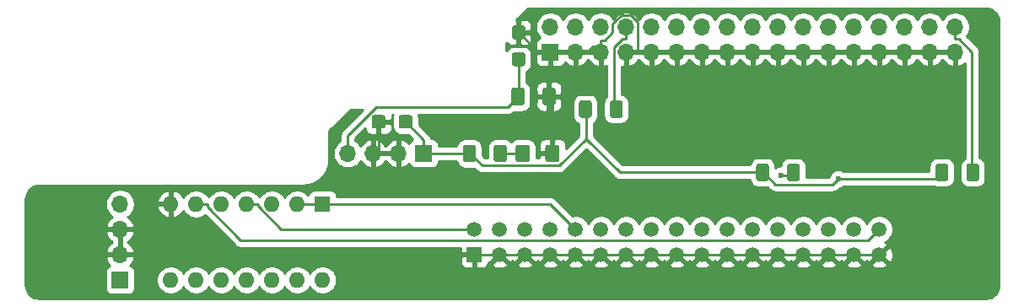
<source format=gtl>
%TF.GenerationSoftware,KiCad,Pcbnew,5.1.9+dfsg1-1*%
%TF.CreationDate,2022-04-01T11:17:58+02:00*%
%TF.ProjectId,AmigaPCDriveAdapter,416d6967-6150-4434-9472-697665416461,2.0*%
%TF.SameCoordinates,Original*%
%TF.FileFunction,Copper,L1,Top*%
%TF.FilePolarity,Positive*%
%FSLAX46Y46*%
G04 Gerber Fmt 4.6, Leading zero omitted, Abs format (unit mm)*
G04 Created by KiCad (PCBNEW 5.1.9+dfsg1-1) date 2022-04-01 11:17:58*
%MOMM*%
%LPD*%
G01*
G04 APERTURE LIST*
%TA.AperFunction,ComponentPad*%
%ADD10O,1.600000X1.600000*%
%TD*%
%TA.AperFunction,ComponentPad*%
%ADD11R,1.600000X1.600000*%
%TD*%
%TA.AperFunction,ComponentPad*%
%ADD12O,1.700000X1.700000*%
%TD*%
%TA.AperFunction,ComponentPad*%
%ADD13R,1.700000X1.700000*%
%TD*%
%TA.AperFunction,ComponentPad*%
%ADD14C,1.520000*%
%TD*%
%TA.AperFunction,ComponentPad*%
%ADD15R,1.520000X1.520000*%
%TD*%
%TA.AperFunction,ViaPad*%
%ADD16C,0.600000*%
%TD*%
%TA.AperFunction,Conductor*%
%ADD17C,0.250000*%
%TD*%
%TA.AperFunction,Conductor*%
%ADD18C,0.254000*%
%TD*%
%TA.AperFunction,Conductor*%
%ADD19C,0.100000*%
%TD*%
G04 APERTURE END LIST*
%TA.AperFunction,SMDPad,CuDef*%
G36*
G01*
X149672000Y-100845000D02*
X149672000Y-99595000D01*
G75*
G02*
X149922000Y-99345000I250000J0D01*
G01*
X150722000Y-99345000D01*
G75*
G02*
X150972000Y-99595000I0J-250000D01*
G01*
X150972000Y-100845000D01*
G75*
G02*
X150722000Y-101095000I-250000J0D01*
G01*
X149922000Y-101095000D01*
G75*
G02*
X149672000Y-100845000I0J250000D01*
G01*
G37*
%TD.AperFunction*%
%TA.AperFunction,SMDPad,CuDef*%
G36*
G01*
X146572000Y-100845000D02*
X146572000Y-99595000D01*
G75*
G02*
X146822000Y-99345000I250000J0D01*
G01*
X147622000Y-99345000D01*
G75*
G02*
X147872000Y-99595000I0J-250000D01*
G01*
X147872000Y-100845000D01*
G75*
G02*
X147622000Y-101095000I-250000J0D01*
G01*
X146822000Y-101095000D01*
G75*
G02*
X146572000Y-100845000I0J250000D01*
G01*
G37*
%TD.AperFunction*%
%TA.AperFunction,SMDPad,CuDef*%
G36*
G01*
X197098000Y-102750000D02*
X197098000Y-101500000D01*
G75*
G02*
X197348000Y-101250000I250000J0D01*
G01*
X198148000Y-101250000D01*
G75*
G02*
X198398000Y-101500000I0J-250000D01*
G01*
X198398000Y-102750000D01*
G75*
G02*
X198148000Y-103000000I-250000J0D01*
G01*
X197348000Y-103000000D01*
G75*
G02*
X197098000Y-102750000I0J250000D01*
G01*
G37*
%TD.AperFunction*%
%TA.AperFunction,SMDPad,CuDef*%
G36*
G01*
X193998000Y-102750000D02*
X193998000Y-101500000D01*
G75*
G02*
X194248000Y-101250000I250000J0D01*
G01*
X195048000Y-101250000D01*
G75*
G02*
X195298000Y-101500000I0J-250000D01*
G01*
X195298000Y-102750000D01*
G75*
G02*
X195048000Y-103000000I-250000J0D01*
G01*
X194248000Y-103000000D01*
G75*
G02*
X193998000Y-102750000I0J250000D01*
G01*
G37*
%TD.AperFunction*%
%TA.AperFunction,SMDPad,CuDef*%
G36*
G01*
X179100000Y-102750000D02*
X179100000Y-101500000D01*
G75*
G02*
X179350000Y-101250000I250000J0D01*
G01*
X180150000Y-101250000D01*
G75*
G02*
X180400000Y-101500000I0J-250000D01*
G01*
X180400000Y-102750000D01*
G75*
G02*
X180150000Y-103000000I-250000J0D01*
G01*
X179350000Y-103000000D01*
G75*
G02*
X179100000Y-102750000I0J250000D01*
G01*
G37*
%TD.AperFunction*%
%TA.AperFunction,SMDPad,CuDef*%
G36*
G01*
X176000000Y-102750000D02*
X176000000Y-101500000D01*
G75*
G02*
X176250000Y-101250000I250000J0D01*
G01*
X177050000Y-101250000D01*
G75*
G02*
X177300000Y-101500000I0J-250000D01*
G01*
X177300000Y-102750000D01*
G75*
G02*
X177050000Y-103000000I-250000J0D01*
G01*
X176250000Y-103000000D01*
G75*
G02*
X176000000Y-102750000I0J250000D01*
G01*
G37*
%TD.AperFunction*%
%TA.AperFunction,SMDPad,CuDef*%
G36*
G01*
X161320000Y-96400000D02*
X161320000Y-95150000D01*
G75*
G02*
X161570000Y-94900000I250000J0D01*
G01*
X162370000Y-94900000D01*
G75*
G02*
X162620000Y-95150000I0J-250000D01*
G01*
X162620000Y-96400000D01*
G75*
G02*
X162370000Y-96650000I-250000J0D01*
G01*
X161570000Y-96650000D01*
G75*
G02*
X161320000Y-96400000I0J250000D01*
G01*
G37*
%TD.AperFunction*%
%TA.AperFunction,SMDPad,CuDef*%
G36*
G01*
X158220000Y-96400000D02*
X158220000Y-95150000D01*
G75*
G02*
X158470000Y-94900000I250000J0D01*
G01*
X159270000Y-94900000D01*
G75*
G02*
X159520000Y-95150000I0J-250000D01*
G01*
X159520000Y-96400000D01*
G75*
G02*
X159270000Y-96650000I-250000J0D01*
G01*
X158470000Y-96650000D01*
G75*
G02*
X158220000Y-96400000I0J250000D01*
G01*
G37*
%TD.AperFunction*%
%TA.AperFunction,SMDPad,CuDef*%
G36*
G01*
X154552000Y-95155001D02*
X154552000Y-93854999D01*
G75*
G02*
X154801999Y-93605000I249999J0D01*
G01*
X155627001Y-93605000D01*
G75*
G02*
X155877000Y-93854999I0J-249999D01*
G01*
X155877000Y-95155001D01*
G75*
G02*
X155627001Y-95405000I-249999J0D01*
G01*
X154801999Y-95405000D01*
G75*
G02*
X154552000Y-95155001I0J249999D01*
G01*
G37*
%TD.AperFunction*%
%TA.AperFunction,SMDPad,CuDef*%
G36*
G01*
X151427000Y-95155001D02*
X151427000Y-93854999D01*
G75*
G02*
X151676999Y-93605000I249999J0D01*
G01*
X152502001Y-93605000D01*
G75*
G02*
X152752000Y-93854999I0J-249999D01*
G01*
X152752000Y-95155001D01*
G75*
G02*
X152502001Y-95405000I-249999J0D01*
G01*
X151676999Y-95405000D01*
G75*
G02*
X151427000Y-95155001I0J249999D01*
G01*
G37*
%TD.AperFunction*%
D10*
X132480000Y-112920000D03*
X117240000Y-105300000D03*
X129940000Y-112920000D03*
X119780000Y-105300000D03*
X127400000Y-112920000D03*
X122320000Y-105300000D03*
X124860000Y-112920000D03*
X124860000Y-105300000D03*
X122320000Y-112920000D03*
X127400000Y-105300000D03*
X119780000Y-112920000D03*
X129940000Y-105300000D03*
X117240000Y-112920000D03*
D11*
X132480000Y-105300000D03*
%TA.AperFunction,SMDPad,CuDef*%
G36*
G01*
X152590001Y-88775000D02*
X151739999Y-88775000D01*
G75*
G02*
X151490000Y-88525001I0J249999D01*
G01*
X151490000Y-87624999D01*
G75*
G02*
X151739999Y-87375000I249999J0D01*
G01*
X152590001Y-87375000D01*
G75*
G02*
X152840000Y-87624999I0J-249999D01*
G01*
X152840000Y-88525001D01*
G75*
G02*
X152590001Y-88775000I-249999J0D01*
G01*
G37*
%TD.AperFunction*%
%TA.AperFunction,SMDPad,CuDef*%
G36*
G01*
X152590001Y-91475000D02*
X151739999Y-91475000D01*
G75*
G02*
X151490000Y-91225001I0J249999D01*
G01*
X151490000Y-90324999D01*
G75*
G02*
X151739999Y-90075000I249999J0D01*
G01*
X152590001Y-90075000D01*
G75*
G02*
X152840000Y-90324999I0J-249999D01*
G01*
X152840000Y-91225001D01*
G75*
G02*
X152590001Y-91475000I-249999J0D01*
G01*
G37*
%TD.AperFunction*%
%TA.AperFunction,SMDPad,CuDef*%
G36*
G01*
X138815000Y-96619999D02*
X138815000Y-97470001D01*
G75*
G02*
X138565001Y-97720000I-249999J0D01*
G01*
X137664999Y-97720000D01*
G75*
G02*
X137415000Y-97470001I0J249999D01*
G01*
X137415000Y-96619999D01*
G75*
G02*
X137664999Y-96370000I249999J0D01*
G01*
X138565001Y-96370000D01*
G75*
G02*
X138815000Y-96619999I0J-249999D01*
G01*
G37*
%TD.AperFunction*%
%TA.AperFunction,SMDPad,CuDef*%
G36*
G01*
X141515000Y-96619999D02*
X141515000Y-97470001D01*
G75*
G02*
X141265001Y-97720000I-249999J0D01*
G01*
X140364999Y-97720000D01*
G75*
G02*
X140115000Y-97470001I0J249999D01*
G01*
X140115000Y-96619999D01*
G75*
G02*
X140364999Y-96370000I249999J0D01*
G01*
X141265001Y-96370000D01*
G75*
G02*
X141515000Y-96619999I0J-249999D01*
G01*
G37*
%TD.AperFunction*%
%TA.AperFunction,SMDPad,CuDef*%
G36*
G01*
X153295000Y-99595000D02*
X153295000Y-100845000D01*
G75*
G02*
X153045000Y-101095000I-250000J0D01*
G01*
X152120000Y-101095000D01*
G75*
G02*
X151870000Y-100845000I0J250000D01*
G01*
X151870000Y-99595000D01*
G75*
G02*
X152120000Y-99345000I250000J0D01*
G01*
X153045000Y-99345000D01*
G75*
G02*
X153295000Y-99595000I0J-250000D01*
G01*
G37*
%TD.AperFunction*%
%TA.AperFunction,SMDPad,CuDef*%
G36*
G01*
X156270000Y-99595000D02*
X156270000Y-100845000D01*
G75*
G02*
X156020000Y-101095000I-250000J0D01*
G01*
X155095000Y-101095000D01*
G75*
G02*
X154845000Y-100845000I0J250000D01*
G01*
X154845000Y-99595000D01*
G75*
G02*
X155095000Y-99345000I250000J0D01*
G01*
X156020000Y-99345000D01*
G75*
G02*
X156270000Y-99595000I0J-250000D01*
G01*
G37*
%TD.AperFunction*%
D12*
X135020000Y-100220000D03*
X137560000Y-100220000D03*
X140100000Y-100220000D03*
D13*
X142640000Y-100220000D03*
D12*
X112160000Y-105300000D03*
X112160000Y-107840000D03*
X112160000Y-110380000D03*
D13*
X112160000Y-112920000D03*
D14*
X188360000Y-107840000D03*
X188360000Y-110380000D03*
X185820000Y-107840000D03*
X185820000Y-110380000D03*
X183280000Y-107840000D03*
X183280000Y-110380000D03*
X180740000Y-107840000D03*
X180740000Y-110380000D03*
X178200000Y-107840000D03*
X178200000Y-110380000D03*
X175660000Y-107840000D03*
X175660000Y-110380000D03*
X173120000Y-107840000D03*
X173120000Y-110380000D03*
X170580000Y-107840000D03*
X170580000Y-110380000D03*
X168040000Y-107840000D03*
X168040000Y-110380000D03*
X165500000Y-107840000D03*
X165500000Y-110380000D03*
X162960000Y-107840000D03*
X162960000Y-110380000D03*
X160420000Y-107840000D03*
X160420000Y-110380000D03*
X157880000Y-107840000D03*
X157880000Y-110380000D03*
X155340000Y-107840000D03*
X155340000Y-110380000D03*
X152800000Y-107840000D03*
X152800000Y-110380000D03*
X150260000Y-107840000D03*
X150260000Y-110380000D03*
X147720000Y-107840000D03*
D15*
X147720000Y-110380000D03*
D12*
X195980000Y-87520000D03*
X195980000Y-90060000D03*
X193440000Y-87520000D03*
X193440000Y-90060000D03*
X190900000Y-87520000D03*
X190900000Y-90060000D03*
X188360000Y-87520000D03*
X188360000Y-90060000D03*
X185820000Y-87520000D03*
X185820000Y-90060000D03*
X183280000Y-87520000D03*
X183280000Y-90060000D03*
X180740000Y-87520000D03*
X180740000Y-90060000D03*
X178200000Y-87520000D03*
X178200000Y-90060000D03*
X175660000Y-87520000D03*
X175660000Y-90060000D03*
X173120000Y-87520000D03*
X173120000Y-90060000D03*
X170580000Y-87520000D03*
X170580000Y-90060000D03*
X168040000Y-87520000D03*
X168040000Y-90060000D03*
X165500000Y-87520000D03*
X165500000Y-90060000D03*
X162960000Y-87520000D03*
X162960000Y-90060000D03*
X160420000Y-87520000D03*
X160420000Y-90060000D03*
X157880000Y-87520000D03*
X157880000Y-90060000D03*
X155340000Y-87520000D03*
D13*
X155340000Y-90060000D03*
D16*
X178471500Y-102409500D03*
X184260600Y-102770200D03*
D17*
X157880000Y-90060000D02*
X159055300Y-90060000D01*
X160420000Y-89472300D02*
X159643000Y-89472300D01*
X159643000Y-89472300D02*
X159055300Y-90060000D01*
X160420000Y-89472300D02*
X160420000Y-88884700D01*
X160420000Y-90060000D02*
X160420000Y-89472300D01*
X164150600Y-90060000D02*
X162960000Y-90060000D01*
X165500000Y-90060000D02*
X164150600Y-90060000D01*
X164150600Y-90060000D02*
X164150600Y-87019900D01*
X164150600Y-87019900D02*
X163442400Y-86311700D01*
X163442400Y-86311700D02*
X162496700Y-86311700D01*
X162496700Y-86311700D02*
X161595300Y-87213100D01*
X161595300Y-87213100D02*
X161595300Y-88076800D01*
X161595300Y-88076800D02*
X160787400Y-88884700D01*
X160787400Y-88884700D02*
X160420000Y-88884700D01*
X155340000Y-110380000D02*
X157880000Y-110380000D01*
X152800000Y-110380000D02*
X155340000Y-110380000D01*
X155139500Y-94505000D02*
X155557500Y-94923000D01*
X155557500Y-94923000D02*
X155557500Y-100220000D01*
X155139500Y-94505000D02*
X155340000Y-94304500D01*
X155340000Y-94304500D02*
X155340000Y-90060000D01*
X155340000Y-90060000D02*
X154164700Y-90060000D01*
X154164700Y-90060000D02*
X152179700Y-88075000D01*
X152179700Y-88075000D02*
X152165000Y-88075000D01*
X157880000Y-90060000D02*
X155340000Y-90060000D01*
X138115000Y-100220000D02*
X140100000Y-100220000D01*
X138115000Y-100220000D02*
X137560000Y-100220000D01*
X138115000Y-100220000D02*
X138115000Y-97045000D01*
X185820000Y-110380000D02*
X188360000Y-110380000D01*
X183280000Y-110380000D02*
X185820000Y-110380000D01*
X180740000Y-110380000D02*
X183280000Y-110380000D01*
X178200000Y-110380000D02*
X180740000Y-110380000D01*
X175660000Y-110380000D02*
X178200000Y-110380000D01*
X173120000Y-110380000D02*
X175660000Y-110380000D01*
X170580000Y-110380000D02*
X173120000Y-110380000D01*
X168040000Y-110380000D02*
X170580000Y-110380000D01*
X165500000Y-110380000D02*
X168040000Y-110380000D01*
X162960000Y-110380000D02*
X165500000Y-110380000D01*
X160420000Y-110380000D02*
X162960000Y-110380000D01*
X157880000Y-110380000D02*
X160420000Y-110380000D01*
X150260000Y-110380000D02*
X152800000Y-110380000D01*
X147720000Y-110380000D02*
X150260000Y-110380000D01*
X168040000Y-90060000D02*
X165500000Y-90060000D01*
X170580000Y-90060000D02*
X168040000Y-90060000D01*
X173120000Y-90060000D02*
X170580000Y-90060000D01*
X175660000Y-90060000D02*
X173120000Y-90060000D01*
X178200000Y-90060000D02*
X175660000Y-90060000D01*
X180740000Y-90060000D02*
X178200000Y-90060000D01*
X183280000Y-90060000D02*
X180740000Y-90060000D01*
X185820000Y-90060000D02*
X183280000Y-90060000D01*
X188360000Y-90060000D02*
X185820000Y-90060000D01*
X190900000Y-90060000D02*
X188360000Y-90060000D01*
X193440000Y-90060000D02*
X190900000Y-90060000D01*
X195980000Y-90060000D02*
X193440000Y-90060000D01*
X195980000Y-87520000D02*
X195980000Y-88695300D01*
X195980000Y-88695300D02*
X196347300Y-88695300D01*
X196347300Y-88695300D02*
X197685500Y-90033500D01*
X197685500Y-90033500D02*
X197685500Y-102125000D01*
X147720000Y-107840000D02*
X128321000Y-107840000D01*
X128321000Y-107840000D02*
X125985300Y-105504300D01*
X125985300Y-105504300D02*
X125985300Y-105300000D01*
X124860000Y-105300000D02*
X125985300Y-105300000D01*
X162960000Y-87520000D02*
X162960000Y-88695300D01*
X162960000Y-88695300D02*
X162592700Y-88695300D01*
X162592700Y-88695300D02*
X161744400Y-89543600D01*
X161744400Y-89543600D02*
X161744400Y-95611900D01*
X161744400Y-95611900D02*
X161907500Y-95775000D01*
X129940000Y-105300000D02*
X132480000Y-105300000D01*
X157880000Y-107840000D02*
X155340000Y-105300000D01*
X155340000Y-105300000D02*
X132480000Y-105300000D01*
X178471500Y-102409500D02*
X179403000Y-102409500D01*
X179403000Y-102409500D02*
X179687500Y-102125000D01*
X176712500Y-102125000D02*
X162303300Y-102125000D01*
X162303300Y-102125000D02*
X158932500Y-98754200D01*
X184260600Y-102770200D02*
X183701200Y-103329600D01*
X183701200Y-103329600D02*
X177917100Y-103329600D01*
X177917100Y-103329600D02*
X176712500Y-102125000D01*
X158932500Y-98754200D02*
X158932500Y-95775000D01*
X147284500Y-100220000D02*
X148503400Y-101438900D01*
X148503400Y-101438900D02*
X156247800Y-101438900D01*
X156247800Y-101438900D02*
X158932500Y-98754200D01*
X142640000Y-100220000D02*
X147284500Y-100220000D01*
X142640000Y-100220000D02*
X142640000Y-98870000D01*
X142640000Y-98870000D02*
X140815000Y-97045000D01*
X194710500Y-102125000D02*
X194065300Y-102770200D01*
X194065300Y-102770200D02*
X184260600Y-102770200D01*
X135020000Y-100220000D02*
X135020000Y-98407100D01*
X135020000Y-98407100D02*
X137877200Y-95549900D01*
X137877200Y-95549900D02*
X151119600Y-95549900D01*
X151119600Y-95549900D02*
X152164500Y-94505000D01*
X152164500Y-94505000D02*
X152165000Y-94504500D01*
X152165000Y-94504500D02*
X152165000Y-90775000D01*
X119780000Y-105300000D02*
X120905300Y-105300000D01*
X188360000Y-107840000D02*
X187248800Y-108951200D01*
X187248800Y-108951200D02*
X124275200Y-108951200D01*
X124275200Y-108951200D02*
X120905300Y-105581300D01*
X120905300Y-105581300D02*
X120905300Y-105300000D01*
X152582500Y-100220000D02*
X150259500Y-100220000D01*
D18*
X199314782Y-85693267D02*
X199559855Y-85767259D01*
X199785890Y-85887443D01*
X199984281Y-86049248D01*
X200147460Y-86246497D01*
X200269220Y-86471687D01*
X200344924Y-86716247D01*
X200375001Y-87002408D01*
X200375000Y-113426495D01*
X200346733Y-113714782D01*
X200272741Y-113959855D01*
X200152554Y-114185893D01*
X199990754Y-114384279D01*
X199793503Y-114547460D01*
X199568310Y-114669221D01*
X199323753Y-114744924D01*
X199037602Y-114775000D01*
X104033505Y-114775000D01*
X103745218Y-114746733D01*
X103500145Y-114672741D01*
X103274107Y-114552554D01*
X103075721Y-114390754D01*
X102912540Y-114193503D01*
X102790779Y-113968310D01*
X102715076Y-113723753D01*
X102685000Y-113437602D01*
X102685000Y-112070000D01*
X110671928Y-112070000D01*
X110671928Y-113770000D01*
X110684188Y-113894482D01*
X110720498Y-114014180D01*
X110779463Y-114124494D01*
X110858815Y-114221185D01*
X110955506Y-114300537D01*
X111065820Y-114359502D01*
X111185518Y-114395812D01*
X111310000Y-114408072D01*
X113010000Y-114408072D01*
X113134482Y-114395812D01*
X113254180Y-114359502D01*
X113364494Y-114300537D01*
X113461185Y-114221185D01*
X113540537Y-114124494D01*
X113599502Y-114014180D01*
X113635812Y-113894482D01*
X113648072Y-113770000D01*
X113648072Y-112778665D01*
X115805000Y-112778665D01*
X115805000Y-113061335D01*
X115860147Y-113338574D01*
X115968320Y-113599727D01*
X116125363Y-113834759D01*
X116325241Y-114034637D01*
X116560273Y-114191680D01*
X116821426Y-114299853D01*
X117098665Y-114355000D01*
X117381335Y-114355000D01*
X117658574Y-114299853D01*
X117919727Y-114191680D01*
X118154759Y-114034637D01*
X118354637Y-113834759D01*
X118510000Y-113602241D01*
X118665363Y-113834759D01*
X118865241Y-114034637D01*
X119100273Y-114191680D01*
X119361426Y-114299853D01*
X119638665Y-114355000D01*
X119921335Y-114355000D01*
X120198574Y-114299853D01*
X120459727Y-114191680D01*
X120694759Y-114034637D01*
X120894637Y-113834759D01*
X121050000Y-113602241D01*
X121205363Y-113834759D01*
X121405241Y-114034637D01*
X121640273Y-114191680D01*
X121901426Y-114299853D01*
X122178665Y-114355000D01*
X122461335Y-114355000D01*
X122738574Y-114299853D01*
X122999727Y-114191680D01*
X123234759Y-114034637D01*
X123434637Y-113834759D01*
X123590000Y-113602241D01*
X123745363Y-113834759D01*
X123945241Y-114034637D01*
X124180273Y-114191680D01*
X124441426Y-114299853D01*
X124718665Y-114355000D01*
X125001335Y-114355000D01*
X125278574Y-114299853D01*
X125539727Y-114191680D01*
X125774759Y-114034637D01*
X125974637Y-113834759D01*
X126130000Y-113602241D01*
X126285363Y-113834759D01*
X126485241Y-114034637D01*
X126720273Y-114191680D01*
X126981426Y-114299853D01*
X127258665Y-114355000D01*
X127541335Y-114355000D01*
X127818574Y-114299853D01*
X128079727Y-114191680D01*
X128314759Y-114034637D01*
X128514637Y-113834759D01*
X128670000Y-113602241D01*
X128825363Y-113834759D01*
X129025241Y-114034637D01*
X129260273Y-114191680D01*
X129521426Y-114299853D01*
X129798665Y-114355000D01*
X130081335Y-114355000D01*
X130358574Y-114299853D01*
X130619727Y-114191680D01*
X130854759Y-114034637D01*
X131054637Y-113834759D01*
X131210000Y-113602241D01*
X131365363Y-113834759D01*
X131565241Y-114034637D01*
X131800273Y-114191680D01*
X132061426Y-114299853D01*
X132338665Y-114355000D01*
X132621335Y-114355000D01*
X132898574Y-114299853D01*
X133159727Y-114191680D01*
X133394759Y-114034637D01*
X133594637Y-113834759D01*
X133751680Y-113599727D01*
X133859853Y-113338574D01*
X133915000Y-113061335D01*
X133915000Y-112778665D01*
X133859853Y-112501426D01*
X133751680Y-112240273D01*
X133594637Y-112005241D01*
X133394759Y-111805363D01*
X133159727Y-111648320D01*
X132898574Y-111540147D01*
X132621335Y-111485000D01*
X132338665Y-111485000D01*
X132061426Y-111540147D01*
X131800273Y-111648320D01*
X131565241Y-111805363D01*
X131365363Y-112005241D01*
X131210000Y-112237759D01*
X131054637Y-112005241D01*
X130854759Y-111805363D01*
X130619727Y-111648320D01*
X130358574Y-111540147D01*
X130081335Y-111485000D01*
X129798665Y-111485000D01*
X129521426Y-111540147D01*
X129260273Y-111648320D01*
X129025241Y-111805363D01*
X128825363Y-112005241D01*
X128670000Y-112237759D01*
X128514637Y-112005241D01*
X128314759Y-111805363D01*
X128079727Y-111648320D01*
X127818574Y-111540147D01*
X127541335Y-111485000D01*
X127258665Y-111485000D01*
X126981426Y-111540147D01*
X126720273Y-111648320D01*
X126485241Y-111805363D01*
X126285363Y-112005241D01*
X126130000Y-112237759D01*
X125974637Y-112005241D01*
X125774759Y-111805363D01*
X125539727Y-111648320D01*
X125278574Y-111540147D01*
X125001335Y-111485000D01*
X124718665Y-111485000D01*
X124441426Y-111540147D01*
X124180273Y-111648320D01*
X123945241Y-111805363D01*
X123745363Y-112005241D01*
X123590000Y-112237759D01*
X123434637Y-112005241D01*
X123234759Y-111805363D01*
X122999727Y-111648320D01*
X122738574Y-111540147D01*
X122461335Y-111485000D01*
X122178665Y-111485000D01*
X121901426Y-111540147D01*
X121640273Y-111648320D01*
X121405241Y-111805363D01*
X121205363Y-112005241D01*
X121050000Y-112237759D01*
X120894637Y-112005241D01*
X120694759Y-111805363D01*
X120459727Y-111648320D01*
X120198574Y-111540147D01*
X119921335Y-111485000D01*
X119638665Y-111485000D01*
X119361426Y-111540147D01*
X119100273Y-111648320D01*
X118865241Y-111805363D01*
X118665363Y-112005241D01*
X118510000Y-112237759D01*
X118354637Y-112005241D01*
X118154759Y-111805363D01*
X117919727Y-111648320D01*
X117658574Y-111540147D01*
X117381335Y-111485000D01*
X117098665Y-111485000D01*
X116821426Y-111540147D01*
X116560273Y-111648320D01*
X116325241Y-111805363D01*
X116125363Y-112005241D01*
X115968320Y-112240273D01*
X115860147Y-112501426D01*
X115805000Y-112778665D01*
X113648072Y-112778665D01*
X113648072Y-112070000D01*
X113635812Y-111945518D01*
X113599502Y-111825820D01*
X113540537Y-111715506D01*
X113461185Y-111618815D01*
X113364494Y-111539463D01*
X113254180Y-111480498D01*
X113173534Y-111456034D01*
X113257588Y-111380269D01*
X113431641Y-111146920D01*
X113434937Y-111140000D01*
X146321928Y-111140000D01*
X146334188Y-111264482D01*
X146370498Y-111384180D01*
X146429463Y-111494494D01*
X146508815Y-111591185D01*
X146605506Y-111670537D01*
X146715820Y-111729502D01*
X146835518Y-111765812D01*
X146960000Y-111778072D01*
X147434250Y-111775000D01*
X147593000Y-111616250D01*
X147593000Y-110507000D01*
X146483750Y-110507000D01*
X146325000Y-110665750D01*
X146321928Y-111140000D01*
X113434937Y-111140000D01*
X113556825Y-110884099D01*
X113601476Y-110736890D01*
X113480155Y-110507000D01*
X112287000Y-110507000D01*
X112287000Y-110527000D01*
X112033000Y-110527000D01*
X112033000Y-110507000D01*
X110839845Y-110507000D01*
X110718524Y-110736890D01*
X110763175Y-110884099D01*
X110888359Y-111146920D01*
X111062412Y-111380269D01*
X111146466Y-111456034D01*
X111065820Y-111480498D01*
X110955506Y-111539463D01*
X110858815Y-111618815D01*
X110779463Y-111715506D01*
X110720498Y-111825820D01*
X110684188Y-111945518D01*
X110671928Y-112070000D01*
X102685000Y-112070000D01*
X102685000Y-108196890D01*
X110718524Y-108196890D01*
X110763175Y-108344099D01*
X110888359Y-108606920D01*
X111062412Y-108840269D01*
X111278645Y-109035178D01*
X111404255Y-109110000D01*
X111278645Y-109184822D01*
X111062412Y-109379731D01*
X110888359Y-109613080D01*
X110763175Y-109875901D01*
X110718524Y-110023110D01*
X110839845Y-110253000D01*
X112033000Y-110253000D01*
X112033000Y-107967000D01*
X112287000Y-107967000D01*
X112287000Y-110253000D01*
X113480155Y-110253000D01*
X113601476Y-110023110D01*
X113556825Y-109875901D01*
X113431641Y-109613080D01*
X113257588Y-109379731D01*
X113041355Y-109184822D01*
X112915745Y-109110000D01*
X113041355Y-109035178D01*
X113257588Y-108840269D01*
X113431641Y-108606920D01*
X113556825Y-108344099D01*
X113601476Y-108196890D01*
X113480155Y-107967000D01*
X112287000Y-107967000D01*
X112033000Y-107967000D01*
X110839845Y-107967000D01*
X110718524Y-108196890D01*
X102685000Y-108196890D01*
X102685000Y-105153740D01*
X110675000Y-105153740D01*
X110675000Y-105446260D01*
X110732068Y-105733158D01*
X110844010Y-106003411D01*
X111006525Y-106246632D01*
X111213368Y-106453475D01*
X111395534Y-106575195D01*
X111278645Y-106644822D01*
X111062412Y-106839731D01*
X110888359Y-107073080D01*
X110763175Y-107335901D01*
X110718524Y-107483110D01*
X110839845Y-107713000D01*
X112033000Y-107713000D01*
X112033000Y-107693000D01*
X112287000Y-107693000D01*
X112287000Y-107713000D01*
X113480155Y-107713000D01*
X113601476Y-107483110D01*
X113556825Y-107335901D01*
X113431641Y-107073080D01*
X113257588Y-106839731D01*
X113041355Y-106644822D01*
X112924466Y-106575195D01*
X113106632Y-106453475D01*
X113313475Y-106246632D01*
X113475990Y-106003411D01*
X113587932Y-105733158D01*
X113604664Y-105649040D01*
X115848091Y-105649040D01*
X115942930Y-105913881D01*
X116087615Y-106155131D01*
X116276586Y-106363519D01*
X116502580Y-106531037D01*
X116756913Y-106651246D01*
X116890961Y-106691904D01*
X117113000Y-106569915D01*
X117113000Y-105427000D01*
X115969376Y-105427000D01*
X115848091Y-105649040D01*
X113604664Y-105649040D01*
X113645000Y-105446260D01*
X113645000Y-105153740D01*
X113604665Y-104950960D01*
X115848091Y-104950960D01*
X115969376Y-105173000D01*
X117113000Y-105173000D01*
X117113000Y-104030085D01*
X117367000Y-104030085D01*
X117367000Y-105173000D01*
X117387000Y-105173000D01*
X117387000Y-105427000D01*
X117367000Y-105427000D01*
X117367000Y-106569915D01*
X117589039Y-106691904D01*
X117723087Y-106651246D01*
X117977420Y-106531037D01*
X118203414Y-106363519D01*
X118392385Y-106155131D01*
X118503933Y-105969135D01*
X118508320Y-105979727D01*
X118665363Y-106214759D01*
X118865241Y-106414637D01*
X119100273Y-106571680D01*
X119361426Y-106679853D01*
X119638665Y-106735000D01*
X119921335Y-106735000D01*
X120198574Y-106679853D01*
X120459727Y-106571680D01*
X120676222Y-106427023D01*
X123711401Y-109462203D01*
X123735199Y-109491201D01*
X123850924Y-109586174D01*
X123982953Y-109656746D01*
X124126214Y-109700203D01*
X124237867Y-109711200D01*
X124237876Y-109711200D01*
X124275199Y-109714876D01*
X124312522Y-109711200D01*
X146322519Y-109711200D01*
X146325000Y-110094250D01*
X146483750Y-110253000D01*
X147593000Y-110253000D01*
X147593000Y-110233000D01*
X147847000Y-110233000D01*
X147847000Y-110253000D01*
X147867000Y-110253000D01*
X147867000Y-110507000D01*
X147847000Y-110507000D01*
X147847000Y-111616250D01*
X148005750Y-111775000D01*
X148480000Y-111778072D01*
X148604482Y-111765812D01*
X148724180Y-111729502D01*
X148834494Y-111670537D01*
X148931185Y-111591185D01*
X149010537Y-111494494D01*
X149069502Y-111384180D01*
X149081648Y-111344137D01*
X149475469Y-111344137D01*
X149542206Y-111584025D01*
X149790892Y-111700924D01*
X150057606Y-111767061D01*
X150332097Y-111779895D01*
X150603817Y-111738931D01*
X150862326Y-111645744D01*
X150977794Y-111584025D01*
X151044531Y-111344137D01*
X152015469Y-111344137D01*
X152082206Y-111584025D01*
X152330892Y-111700924D01*
X152597606Y-111767061D01*
X152872097Y-111779895D01*
X153143817Y-111738931D01*
X153402326Y-111645744D01*
X153517794Y-111584025D01*
X153584531Y-111344137D01*
X154555469Y-111344137D01*
X154622206Y-111584025D01*
X154870892Y-111700924D01*
X155137606Y-111767061D01*
X155412097Y-111779895D01*
X155683817Y-111738931D01*
X155942326Y-111645744D01*
X156057794Y-111584025D01*
X156124531Y-111344137D01*
X157095469Y-111344137D01*
X157162206Y-111584025D01*
X157410892Y-111700924D01*
X157677606Y-111767061D01*
X157952097Y-111779895D01*
X158223817Y-111738931D01*
X158482326Y-111645744D01*
X158597794Y-111584025D01*
X158664531Y-111344137D01*
X159635469Y-111344137D01*
X159702206Y-111584025D01*
X159950892Y-111700924D01*
X160217606Y-111767061D01*
X160492097Y-111779895D01*
X160763817Y-111738931D01*
X161022326Y-111645744D01*
X161137794Y-111584025D01*
X161204531Y-111344137D01*
X162175469Y-111344137D01*
X162242206Y-111584025D01*
X162490892Y-111700924D01*
X162757606Y-111767061D01*
X163032097Y-111779895D01*
X163303817Y-111738931D01*
X163562326Y-111645744D01*
X163677794Y-111584025D01*
X163744531Y-111344137D01*
X164715469Y-111344137D01*
X164782206Y-111584025D01*
X165030892Y-111700924D01*
X165297606Y-111767061D01*
X165572097Y-111779895D01*
X165843817Y-111738931D01*
X166102326Y-111645744D01*
X166217794Y-111584025D01*
X166284531Y-111344137D01*
X167255469Y-111344137D01*
X167322206Y-111584025D01*
X167570892Y-111700924D01*
X167837606Y-111767061D01*
X168112097Y-111779895D01*
X168383817Y-111738931D01*
X168642326Y-111645744D01*
X168757794Y-111584025D01*
X168824531Y-111344137D01*
X169795469Y-111344137D01*
X169862206Y-111584025D01*
X170110892Y-111700924D01*
X170377606Y-111767061D01*
X170652097Y-111779895D01*
X170923817Y-111738931D01*
X171182326Y-111645744D01*
X171297794Y-111584025D01*
X171364531Y-111344137D01*
X172335469Y-111344137D01*
X172402206Y-111584025D01*
X172650892Y-111700924D01*
X172917606Y-111767061D01*
X173192097Y-111779895D01*
X173463817Y-111738931D01*
X173722326Y-111645744D01*
X173837794Y-111584025D01*
X173904531Y-111344137D01*
X174875469Y-111344137D01*
X174942206Y-111584025D01*
X175190892Y-111700924D01*
X175457606Y-111767061D01*
X175732097Y-111779895D01*
X176003817Y-111738931D01*
X176262326Y-111645744D01*
X176377794Y-111584025D01*
X176444531Y-111344137D01*
X177415469Y-111344137D01*
X177482206Y-111584025D01*
X177730892Y-111700924D01*
X177997606Y-111767061D01*
X178272097Y-111779895D01*
X178543817Y-111738931D01*
X178802326Y-111645744D01*
X178917794Y-111584025D01*
X178984531Y-111344137D01*
X179955469Y-111344137D01*
X180022206Y-111584025D01*
X180270892Y-111700924D01*
X180537606Y-111767061D01*
X180812097Y-111779895D01*
X181083817Y-111738931D01*
X181342326Y-111645744D01*
X181457794Y-111584025D01*
X181524531Y-111344137D01*
X182495469Y-111344137D01*
X182562206Y-111584025D01*
X182810892Y-111700924D01*
X183077606Y-111767061D01*
X183352097Y-111779895D01*
X183623817Y-111738931D01*
X183882326Y-111645744D01*
X183997794Y-111584025D01*
X184064531Y-111344137D01*
X185035469Y-111344137D01*
X185102206Y-111584025D01*
X185350892Y-111700924D01*
X185617606Y-111767061D01*
X185892097Y-111779895D01*
X186163817Y-111738931D01*
X186422326Y-111645744D01*
X186537794Y-111584025D01*
X186604531Y-111344137D01*
X187575469Y-111344137D01*
X187642206Y-111584025D01*
X187890892Y-111700924D01*
X188157606Y-111767061D01*
X188432097Y-111779895D01*
X188703817Y-111738931D01*
X188962326Y-111645744D01*
X189077794Y-111584025D01*
X189144531Y-111344137D01*
X188360000Y-110559605D01*
X187575469Y-111344137D01*
X186604531Y-111344137D01*
X185820000Y-110559605D01*
X185035469Y-111344137D01*
X184064531Y-111344137D01*
X183280000Y-110559605D01*
X182495469Y-111344137D01*
X181524531Y-111344137D01*
X180740000Y-110559605D01*
X179955469Y-111344137D01*
X178984531Y-111344137D01*
X178200000Y-110559605D01*
X177415469Y-111344137D01*
X176444531Y-111344137D01*
X175660000Y-110559605D01*
X174875469Y-111344137D01*
X173904531Y-111344137D01*
X173120000Y-110559605D01*
X172335469Y-111344137D01*
X171364531Y-111344137D01*
X170580000Y-110559605D01*
X169795469Y-111344137D01*
X168824531Y-111344137D01*
X168040000Y-110559605D01*
X167255469Y-111344137D01*
X166284531Y-111344137D01*
X165500000Y-110559605D01*
X164715469Y-111344137D01*
X163744531Y-111344137D01*
X162960000Y-110559605D01*
X162175469Y-111344137D01*
X161204531Y-111344137D01*
X160420000Y-110559605D01*
X159635469Y-111344137D01*
X158664531Y-111344137D01*
X157880000Y-110559605D01*
X157095469Y-111344137D01*
X156124531Y-111344137D01*
X155340000Y-110559605D01*
X154555469Y-111344137D01*
X153584531Y-111344137D01*
X152800000Y-110559605D01*
X152015469Y-111344137D01*
X151044531Y-111344137D01*
X150260000Y-110559605D01*
X149475469Y-111344137D01*
X149081648Y-111344137D01*
X149105812Y-111264482D01*
X149118072Y-111140000D01*
X149117910Y-111115024D01*
X149295863Y-111164531D01*
X150080395Y-110380000D01*
X150066252Y-110365858D01*
X150245858Y-110186252D01*
X150260000Y-110200395D01*
X150274142Y-110186252D01*
X150453748Y-110365858D01*
X150439605Y-110380000D01*
X151224137Y-111164531D01*
X151464025Y-111097794D01*
X151527332Y-110963118D01*
X151534256Y-110982326D01*
X151595975Y-111097794D01*
X151835863Y-111164531D01*
X152620395Y-110380000D01*
X152606252Y-110365858D01*
X152785858Y-110186252D01*
X152800000Y-110200395D01*
X152814142Y-110186252D01*
X152993748Y-110365858D01*
X152979605Y-110380000D01*
X153764137Y-111164531D01*
X154004025Y-111097794D01*
X154067332Y-110963118D01*
X154074256Y-110982326D01*
X154135975Y-111097794D01*
X154375863Y-111164531D01*
X155160395Y-110380000D01*
X155146252Y-110365858D01*
X155325858Y-110186252D01*
X155340000Y-110200395D01*
X155354142Y-110186252D01*
X155533748Y-110365858D01*
X155519605Y-110380000D01*
X156304137Y-111164531D01*
X156544025Y-111097794D01*
X156607332Y-110963118D01*
X156614256Y-110982326D01*
X156675975Y-111097794D01*
X156915863Y-111164531D01*
X157700395Y-110380000D01*
X157686252Y-110365858D01*
X157865858Y-110186252D01*
X157880000Y-110200395D01*
X157894142Y-110186252D01*
X158073748Y-110365858D01*
X158059605Y-110380000D01*
X158844137Y-111164531D01*
X159084025Y-111097794D01*
X159147332Y-110963118D01*
X159154256Y-110982326D01*
X159215975Y-111097794D01*
X159455863Y-111164531D01*
X160240395Y-110380000D01*
X160226252Y-110365858D01*
X160405858Y-110186252D01*
X160420000Y-110200395D01*
X160434142Y-110186252D01*
X160613748Y-110365858D01*
X160599605Y-110380000D01*
X161384137Y-111164531D01*
X161624025Y-111097794D01*
X161687332Y-110963118D01*
X161694256Y-110982326D01*
X161755975Y-111097794D01*
X161995863Y-111164531D01*
X162780395Y-110380000D01*
X162766252Y-110365858D01*
X162945858Y-110186252D01*
X162960000Y-110200395D01*
X162974142Y-110186252D01*
X163153748Y-110365858D01*
X163139605Y-110380000D01*
X163924137Y-111164531D01*
X164164025Y-111097794D01*
X164227332Y-110963118D01*
X164234256Y-110982326D01*
X164295975Y-111097794D01*
X164535863Y-111164531D01*
X165320395Y-110380000D01*
X165306252Y-110365858D01*
X165485858Y-110186252D01*
X165500000Y-110200395D01*
X165514142Y-110186252D01*
X165693748Y-110365858D01*
X165679605Y-110380000D01*
X166464137Y-111164531D01*
X166704025Y-111097794D01*
X166767332Y-110963118D01*
X166774256Y-110982326D01*
X166835975Y-111097794D01*
X167075863Y-111164531D01*
X167860395Y-110380000D01*
X167846252Y-110365858D01*
X168025858Y-110186252D01*
X168040000Y-110200395D01*
X168054142Y-110186252D01*
X168233748Y-110365858D01*
X168219605Y-110380000D01*
X169004137Y-111164531D01*
X169244025Y-111097794D01*
X169307332Y-110963118D01*
X169314256Y-110982326D01*
X169375975Y-111097794D01*
X169615863Y-111164531D01*
X170400395Y-110380000D01*
X170386252Y-110365858D01*
X170565858Y-110186252D01*
X170580000Y-110200395D01*
X170594142Y-110186252D01*
X170773748Y-110365858D01*
X170759605Y-110380000D01*
X171544137Y-111164531D01*
X171784025Y-111097794D01*
X171847332Y-110963118D01*
X171854256Y-110982326D01*
X171915975Y-111097794D01*
X172155863Y-111164531D01*
X172940395Y-110380000D01*
X172926252Y-110365858D01*
X173105858Y-110186252D01*
X173120000Y-110200395D01*
X173134142Y-110186252D01*
X173313748Y-110365858D01*
X173299605Y-110380000D01*
X174084137Y-111164531D01*
X174324025Y-111097794D01*
X174387332Y-110963118D01*
X174394256Y-110982326D01*
X174455975Y-111097794D01*
X174695863Y-111164531D01*
X175480395Y-110380000D01*
X175466252Y-110365858D01*
X175645858Y-110186252D01*
X175660000Y-110200395D01*
X175674142Y-110186252D01*
X175853748Y-110365858D01*
X175839605Y-110380000D01*
X176624137Y-111164531D01*
X176864025Y-111097794D01*
X176927332Y-110963118D01*
X176934256Y-110982326D01*
X176995975Y-111097794D01*
X177235863Y-111164531D01*
X178020395Y-110380000D01*
X178006252Y-110365858D01*
X178185858Y-110186252D01*
X178200000Y-110200395D01*
X178214142Y-110186252D01*
X178393748Y-110365858D01*
X178379605Y-110380000D01*
X179164137Y-111164531D01*
X179404025Y-111097794D01*
X179467332Y-110963118D01*
X179474256Y-110982326D01*
X179535975Y-111097794D01*
X179775863Y-111164531D01*
X180560395Y-110380000D01*
X180546252Y-110365858D01*
X180725858Y-110186252D01*
X180740000Y-110200395D01*
X180754142Y-110186252D01*
X180933748Y-110365858D01*
X180919605Y-110380000D01*
X181704137Y-111164531D01*
X181944025Y-111097794D01*
X182007332Y-110963118D01*
X182014256Y-110982326D01*
X182075975Y-111097794D01*
X182315863Y-111164531D01*
X183100395Y-110380000D01*
X183086252Y-110365858D01*
X183265858Y-110186252D01*
X183280000Y-110200395D01*
X183294142Y-110186252D01*
X183473748Y-110365858D01*
X183459605Y-110380000D01*
X184244137Y-111164531D01*
X184484025Y-111097794D01*
X184547332Y-110963118D01*
X184554256Y-110982326D01*
X184615975Y-111097794D01*
X184855863Y-111164531D01*
X185640395Y-110380000D01*
X185626252Y-110365858D01*
X185805858Y-110186252D01*
X185820000Y-110200395D01*
X185834142Y-110186252D01*
X186013748Y-110365858D01*
X185999605Y-110380000D01*
X186784137Y-111164531D01*
X187024025Y-111097794D01*
X187087332Y-110963118D01*
X187094256Y-110982326D01*
X187155975Y-111097794D01*
X187395863Y-111164531D01*
X188180395Y-110380000D01*
X188539605Y-110380000D01*
X189324137Y-111164531D01*
X189564025Y-111097794D01*
X189680924Y-110849108D01*
X189747061Y-110582394D01*
X189759895Y-110307903D01*
X189718931Y-110036183D01*
X189625744Y-109777674D01*
X189564025Y-109662206D01*
X189324137Y-109595469D01*
X188539605Y-110380000D01*
X188180395Y-110380000D01*
X188166252Y-110365858D01*
X188345858Y-110186252D01*
X188360000Y-110200395D01*
X189144531Y-109415863D01*
X189077794Y-109175975D01*
X188938293Y-109110400D01*
X189020780Y-109076233D01*
X189249261Y-108923567D01*
X189443567Y-108729261D01*
X189596233Y-108500780D01*
X189701391Y-108246907D01*
X189755000Y-107977396D01*
X189755000Y-107702604D01*
X189701391Y-107433093D01*
X189596233Y-107179220D01*
X189443567Y-106950739D01*
X189249261Y-106756433D01*
X189020780Y-106603767D01*
X188766907Y-106498609D01*
X188497396Y-106445000D01*
X188222604Y-106445000D01*
X187953093Y-106498609D01*
X187699220Y-106603767D01*
X187470739Y-106756433D01*
X187276433Y-106950739D01*
X187123767Y-107179220D01*
X187090000Y-107260740D01*
X187056233Y-107179220D01*
X186903567Y-106950739D01*
X186709261Y-106756433D01*
X186480780Y-106603767D01*
X186226907Y-106498609D01*
X185957396Y-106445000D01*
X185682604Y-106445000D01*
X185413093Y-106498609D01*
X185159220Y-106603767D01*
X184930739Y-106756433D01*
X184736433Y-106950739D01*
X184583767Y-107179220D01*
X184550000Y-107260740D01*
X184516233Y-107179220D01*
X184363567Y-106950739D01*
X184169261Y-106756433D01*
X183940780Y-106603767D01*
X183686907Y-106498609D01*
X183417396Y-106445000D01*
X183142604Y-106445000D01*
X182873093Y-106498609D01*
X182619220Y-106603767D01*
X182390739Y-106756433D01*
X182196433Y-106950739D01*
X182043767Y-107179220D01*
X182010000Y-107260740D01*
X181976233Y-107179220D01*
X181823567Y-106950739D01*
X181629261Y-106756433D01*
X181400780Y-106603767D01*
X181146907Y-106498609D01*
X180877396Y-106445000D01*
X180602604Y-106445000D01*
X180333093Y-106498609D01*
X180079220Y-106603767D01*
X179850739Y-106756433D01*
X179656433Y-106950739D01*
X179503767Y-107179220D01*
X179470000Y-107260740D01*
X179436233Y-107179220D01*
X179283567Y-106950739D01*
X179089261Y-106756433D01*
X178860780Y-106603767D01*
X178606907Y-106498609D01*
X178337396Y-106445000D01*
X178062604Y-106445000D01*
X177793093Y-106498609D01*
X177539220Y-106603767D01*
X177310739Y-106756433D01*
X177116433Y-106950739D01*
X176963767Y-107179220D01*
X176930000Y-107260740D01*
X176896233Y-107179220D01*
X176743567Y-106950739D01*
X176549261Y-106756433D01*
X176320780Y-106603767D01*
X176066907Y-106498609D01*
X175797396Y-106445000D01*
X175522604Y-106445000D01*
X175253093Y-106498609D01*
X174999220Y-106603767D01*
X174770739Y-106756433D01*
X174576433Y-106950739D01*
X174423767Y-107179220D01*
X174390000Y-107260740D01*
X174356233Y-107179220D01*
X174203567Y-106950739D01*
X174009261Y-106756433D01*
X173780780Y-106603767D01*
X173526907Y-106498609D01*
X173257396Y-106445000D01*
X172982604Y-106445000D01*
X172713093Y-106498609D01*
X172459220Y-106603767D01*
X172230739Y-106756433D01*
X172036433Y-106950739D01*
X171883767Y-107179220D01*
X171850000Y-107260740D01*
X171816233Y-107179220D01*
X171663567Y-106950739D01*
X171469261Y-106756433D01*
X171240780Y-106603767D01*
X170986907Y-106498609D01*
X170717396Y-106445000D01*
X170442604Y-106445000D01*
X170173093Y-106498609D01*
X169919220Y-106603767D01*
X169690739Y-106756433D01*
X169496433Y-106950739D01*
X169343767Y-107179220D01*
X169310000Y-107260740D01*
X169276233Y-107179220D01*
X169123567Y-106950739D01*
X168929261Y-106756433D01*
X168700780Y-106603767D01*
X168446907Y-106498609D01*
X168177396Y-106445000D01*
X167902604Y-106445000D01*
X167633093Y-106498609D01*
X167379220Y-106603767D01*
X167150739Y-106756433D01*
X166956433Y-106950739D01*
X166803767Y-107179220D01*
X166770000Y-107260740D01*
X166736233Y-107179220D01*
X166583567Y-106950739D01*
X166389261Y-106756433D01*
X166160780Y-106603767D01*
X165906907Y-106498609D01*
X165637396Y-106445000D01*
X165362604Y-106445000D01*
X165093093Y-106498609D01*
X164839220Y-106603767D01*
X164610739Y-106756433D01*
X164416433Y-106950739D01*
X164263767Y-107179220D01*
X164230000Y-107260740D01*
X164196233Y-107179220D01*
X164043567Y-106950739D01*
X163849261Y-106756433D01*
X163620780Y-106603767D01*
X163366907Y-106498609D01*
X163097396Y-106445000D01*
X162822604Y-106445000D01*
X162553093Y-106498609D01*
X162299220Y-106603767D01*
X162070739Y-106756433D01*
X161876433Y-106950739D01*
X161723767Y-107179220D01*
X161690000Y-107260740D01*
X161656233Y-107179220D01*
X161503567Y-106950739D01*
X161309261Y-106756433D01*
X161080780Y-106603767D01*
X160826907Y-106498609D01*
X160557396Y-106445000D01*
X160282604Y-106445000D01*
X160013093Y-106498609D01*
X159759220Y-106603767D01*
X159530739Y-106756433D01*
X159336433Y-106950739D01*
X159183767Y-107179220D01*
X159150000Y-107260740D01*
X159116233Y-107179220D01*
X158963567Y-106950739D01*
X158769261Y-106756433D01*
X158540780Y-106603767D01*
X158286907Y-106498609D01*
X158017396Y-106445000D01*
X157742604Y-106445000D01*
X157590131Y-106475329D01*
X155903804Y-104789003D01*
X155880001Y-104759999D01*
X155764276Y-104665026D01*
X155632247Y-104594454D01*
X155488986Y-104550997D01*
X155377333Y-104540000D01*
X155377322Y-104540000D01*
X155340000Y-104536324D01*
X155302678Y-104540000D01*
X133918072Y-104540000D01*
X133918072Y-104500000D01*
X133905812Y-104375518D01*
X133869502Y-104255820D01*
X133810537Y-104145506D01*
X133731185Y-104048815D01*
X133634494Y-103969463D01*
X133524180Y-103910498D01*
X133404482Y-103874188D01*
X133280000Y-103861928D01*
X131680000Y-103861928D01*
X131555518Y-103874188D01*
X131435820Y-103910498D01*
X131325506Y-103969463D01*
X131228815Y-104048815D01*
X131149463Y-104145506D01*
X131090498Y-104255820D01*
X131054188Y-104375518D01*
X131053357Y-104383961D01*
X130854759Y-104185363D01*
X130619727Y-104028320D01*
X130358574Y-103920147D01*
X130081335Y-103865000D01*
X129798665Y-103865000D01*
X129521426Y-103920147D01*
X129260273Y-104028320D01*
X129025241Y-104185363D01*
X128825363Y-104385241D01*
X128670000Y-104617759D01*
X128514637Y-104385241D01*
X128314759Y-104185363D01*
X128079727Y-104028320D01*
X127818574Y-103920147D01*
X127541335Y-103865000D01*
X127258665Y-103865000D01*
X126981426Y-103920147D01*
X126720273Y-104028320D01*
X126485241Y-104185363D01*
X126285363Y-104385241D01*
X126167813Y-104561167D01*
X126134286Y-104550997D01*
X126081947Y-104545842D01*
X125974637Y-104385241D01*
X125774759Y-104185363D01*
X125539727Y-104028320D01*
X125278574Y-103920147D01*
X125001335Y-103865000D01*
X124718665Y-103865000D01*
X124441426Y-103920147D01*
X124180273Y-104028320D01*
X123945241Y-104185363D01*
X123745363Y-104385241D01*
X123590000Y-104617759D01*
X123434637Y-104385241D01*
X123234759Y-104185363D01*
X122999727Y-104028320D01*
X122738574Y-103920147D01*
X122461335Y-103865000D01*
X122178665Y-103865000D01*
X121901426Y-103920147D01*
X121640273Y-104028320D01*
X121405241Y-104185363D01*
X121205363Y-104385241D01*
X121087813Y-104561167D01*
X121054286Y-104550997D01*
X121001947Y-104545842D01*
X120894637Y-104385241D01*
X120694759Y-104185363D01*
X120459727Y-104028320D01*
X120198574Y-103920147D01*
X119921335Y-103865000D01*
X119638665Y-103865000D01*
X119361426Y-103920147D01*
X119100273Y-104028320D01*
X118865241Y-104185363D01*
X118665363Y-104385241D01*
X118508320Y-104620273D01*
X118503933Y-104630865D01*
X118392385Y-104444869D01*
X118203414Y-104236481D01*
X117977420Y-104068963D01*
X117723087Y-103948754D01*
X117589039Y-103908096D01*
X117367000Y-104030085D01*
X117113000Y-104030085D01*
X116890961Y-103908096D01*
X116756913Y-103948754D01*
X116502580Y-104068963D01*
X116276586Y-104236481D01*
X116087615Y-104444869D01*
X115942930Y-104686119D01*
X115848091Y-104950960D01*
X113604665Y-104950960D01*
X113587932Y-104866842D01*
X113475990Y-104596589D01*
X113313475Y-104353368D01*
X113106632Y-104146525D01*
X112863411Y-103984010D01*
X112593158Y-103872068D01*
X112306260Y-103815000D01*
X112013740Y-103815000D01*
X111726842Y-103872068D01*
X111456589Y-103984010D01*
X111213368Y-104146525D01*
X111006525Y-104353368D01*
X110844010Y-104596589D01*
X110732068Y-104866842D01*
X110675000Y-105153740D01*
X102685000Y-105153740D01*
X102685000Y-104793505D01*
X102713267Y-104505218D01*
X102787259Y-104260145D01*
X102907443Y-104034110D01*
X103069248Y-103835719D01*
X103266497Y-103672540D01*
X103491687Y-103550780D01*
X103736247Y-103475076D01*
X104022398Y-103445000D01*
X130513647Y-103445000D01*
X130543645Y-103442045D01*
X130556047Y-103442132D01*
X130565565Y-103441198D01*
X130953758Y-103400397D01*
X131014539Y-103387920D01*
X131075560Y-103376280D01*
X131084716Y-103373516D01*
X131457591Y-103258092D01*
X131514870Y-103234014D01*
X131572388Y-103210775D01*
X131580833Y-103206286D01*
X131924188Y-103020634D01*
X131975635Y-102985932D01*
X132027610Y-102951921D01*
X132035022Y-102945876D01*
X132335777Y-102697069D01*
X132379524Y-102653016D01*
X132423881Y-102609578D01*
X132429978Y-102602208D01*
X132676679Y-102299724D01*
X132711047Y-102247995D01*
X132746111Y-102196785D01*
X132750661Y-102188372D01*
X132933910Y-101843730D01*
X132957555Y-101786364D01*
X132982028Y-101729264D01*
X132984856Y-101720127D01*
X133097674Y-101346456D01*
X133109737Y-101285531D01*
X133122641Y-101224826D01*
X133123641Y-101215314D01*
X133161731Y-100826845D01*
X133161731Y-100826837D01*
X133165000Y-100793647D01*
X133165000Y-97963736D01*
X135303736Y-95825000D01*
X136527298Y-95825000D01*
X134508998Y-97843301D01*
X134480000Y-97867099D01*
X134456202Y-97896097D01*
X134456201Y-97896098D01*
X134385026Y-97982824D01*
X134314454Y-98114854D01*
X134313128Y-98119226D01*
X134272759Y-98252311D01*
X134270998Y-98258115D01*
X134256324Y-98407100D01*
X134260001Y-98444432D01*
X134260001Y-98941821D01*
X134073368Y-99066525D01*
X133866525Y-99273368D01*
X133704010Y-99516589D01*
X133592068Y-99786842D01*
X133535000Y-100073740D01*
X133535000Y-100366260D01*
X133592068Y-100653158D01*
X133704010Y-100923411D01*
X133866525Y-101166632D01*
X134073368Y-101373475D01*
X134316589Y-101535990D01*
X134586842Y-101647932D01*
X134873740Y-101705000D01*
X135166260Y-101705000D01*
X135453158Y-101647932D01*
X135723411Y-101535990D01*
X135966632Y-101373475D01*
X136173475Y-101166632D01*
X136295195Y-100984466D01*
X136364822Y-101101355D01*
X136559731Y-101317588D01*
X136793080Y-101491641D01*
X137055901Y-101616825D01*
X137203110Y-101661476D01*
X137433000Y-101540155D01*
X137433000Y-100347000D01*
X137687000Y-100347000D01*
X137687000Y-101540155D01*
X137916890Y-101661476D01*
X138064099Y-101616825D01*
X138326920Y-101491641D01*
X138560269Y-101317588D01*
X138755178Y-101101355D01*
X138830000Y-100975745D01*
X138904822Y-101101355D01*
X139099731Y-101317588D01*
X139333080Y-101491641D01*
X139595901Y-101616825D01*
X139743110Y-101661476D01*
X139973000Y-101540155D01*
X139973000Y-100347000D01*
X137687000Y-100347000D01*
X137433000Y-100347000D01*
X137413000Y-100347000D01*
X137413000Y-100093000D01*
X137433000Y-100093000D01*
X137433000Y-98899845D01*
X137687000Y-98899845D01*
X137687000Y-100093000D01*
X139973000Y-100093000D01*
X139973000Y-98899845D01*
X139743110Y-98778524D01*
X139595901Y-98823175D01*
X139333080Y-98948359D01*
X139099731Y-99122412D01*
X138904822Y-99338645D01*
X138830000Y-99464255D01*
X138755178Y-99338645D01*
X138560269Y-99122412D01*
X138326920Y-98948359D01*
X138064099Y-98823175D01*
X137916890Y-98778524D01*
X137687000Y-98899845D01*
X137433000Y-98899845D01*
X137203110Y-98778524D01*
X137055901Y-98823175D01*
X136793080Y-98948359D01*
X136559731Y-99122412D01*
X136364822Y-99338645D01*
X136295195Y-99455534D01*
X136173475Y-99273368D01*
X135966632Y-99066525D01*
X135780000Y-98941822D01*
X135780000Y-98721901D01*
X136777374Y-97724528D01*
X136789188Y-97844482D01*
X136825498Y-97964180D01*
X136884463Y-98074494D01*
X136963815Y-98171185D01*
X137060506Y-98250537D01*
X137170820Y-98309502D01*
X137290518Y-98345812D01*
X137415000Y-98358072D01*
X137829250Y-98355000D01*
X137988000Y-98196250D01*
X137988000Y-97172000D01*
X138242000Y-97172000D01*
X138242000Y-98196250D01*
X138400750Y-98355000D01*
X138815000Y-98358072D01*
X138939482Y-98345812D01*
X139059180Y-98309502D01*
X139169494Y-98250537D01*
X139266185Y-98171185D01*
X139345537Y-98074494D01*
X139404502Y-97964180D01*
X139440812Y-97844482D01*
X139453072Y-97720000D01*
X139450000Y-97330750D01*
X139291250Y-97172000D01*
X138242000Y-97172000D01*
X137988000Y-97172000D01*
X137968000Y-97172000D01*
X137968000Y-96918000D01*
X137988000Y-96918000D01*
X137988000Y-96898000D01*
X138242000Y-96898000D01*
X138242000Y-96918000D01*
X139291250Y-96918000D01*
X139450000Y-96759250D01*
X139453072Y-96370000D01*
X139447153Y-96309900D01*
X139535503Y-96309900D01*
X139493992Y-96446745D01*
X139476928Y-96619999D01*
X139476928Y-97470001D01*
X139493992Y-97643255D01*
X139544528Y-97809851D01*
X139626595Y-97963387D01*
X139737038Y-98097962D01*
X139871613Y-98208405D01*
X140025149Y-98290472D01*
X140191745Y-98341008D01*
X140364999Y-98358072D01*
X141053271Y-98358072D01*
X141500123Y-98804924D01*
X141435506Y-98839463D01*
X141338815Y-98918815D01*
X141259463Y-99015506D01*
X141200498Y-99125820D01*
X141176034Y-99206466D01*
X141100269Y-99122412D01*
X140866920Y-98948359D01*
X140604099Y-98823175D01*
X140456890Y-98778524D01*
X140227000Y-98899845D01*
X140227000Y-100093000D01*
X140247000Y-100093000D01*
X140247000Y-100347000D01*
X140227000Y-100347000D01*
X140227000Y-101540155D01*
X140456890Y-101661476D01*
X140604099Y-101616825D01*
X140866920Y-101491641D01*
X141100269Y-101317588D01*
X141176034Y-101233534D01*
X141200498Y-101314180D01*
X141259463Y-101424494D01*
X141338815Y-101521185D01*
X141435506Y-101600537D01*
X141545820Y-101659502D01*
X141665518Y-101695812D01*
X141790000Y-101708072D01*
X143490000Y-101708072D01*
X143614482Y-101695812D01*
X143734180Y-101659502D01*
X143844494Y-101600537D01*
X143941185Y-101521185D01*
X144020537Y-101424494D01*
X144079502Y-101314180D01*
X144115812Y-101194482D01*
X144128072Y-101070000D01*
X144128072Y-100980000D01*
X145947224Y-100980000D01*
X145950992Y-101018254D01*
X146001528Y-101184850D01*
X146083595Y-101338386D01*
X146194038Y-101472962D01*
X146328614Y-101583405D01*
X146482150Y-101665472D01*
X146648746Y-101716008D01*
X146822000Y-101733072D01*
X147622000Y-101733072D01*
X147713735Y-101724037D01*
X147939601Y-101949903D01*
X147963399Y-101978901D01*
X147992397Y-102002699D01*
X148079123Y-102073874D01*
X148182611Y-102129190D01*
X148211153Y-102144446D01*
X148354414Y-102187903D01*
X148466067Y-102198900D01*
X148466077Y-102198900D01*
X148503400Y-102202576D01*
X148540723Y-102198900D01*
X156210478Y-102198900D01*
X156247800Y-102202576D01*
X156285122Y-102198900D01*
X156285133Y-102198900D01*
X156396786Y-102187903D01*
X156540047Y-102144446D01*
X156672076Y-102073874D01*
X156787801Y-101978901D01*
X156811604Y-101949897D01*
X158932500Y-99829001D01*
X161739500Y-102636002D01*
X161763299Y-102665001D01*
X161792297Y-102688799D01*
X161879023Y-102759974D01*
X161998122Y-102823634D01*
X162011053Y-102830546D01*
X162154314Y-102874003D01*
X162265967Y-102885000D01*
X162265976Y-102885000D01*
X162303299Y-102888676D01*
X162340622Y-102885000D01*
X175375224Y-102885000D01*
X175378992Y-102923254D01*
X175429528Y-103089850D01*
X175511595Y-103243386D01*
X175622038Y-103377962D01*
X175756614Y-103488405D01*
X175910150Y-103570472D01*
X176076746Y-103621008D01*
X176250000Y-103638072D01*
X177050000Y-103638072D01*
X177141735Y-103629037D01*
X177353301Y-103840603D01*
X177377099Y-103869601D01*
X177492824Y-103964574D01*
X177624853Y-104035146D01*
X177768114Y-104078603D01*
X177879767Y-104089600D01*
X177879775Y-104089600D01*
X177917100Y-104093276D01*
X177954425Y-104089600D01*
X183663878Y-104089600D01*
X183701200Y-104093276D01*
X183738522Y-104089600D01*
X183738533Y-104089600D01*
X183850186Y-104078603D01*
X183993447Y-104035146D01*
X184125476Y-103964574D01*
X184241201Y-103869601D01*
X184265003Y-103840598D01*
X184412249Y-103693353D01*
X184533329Y-103669268D01*
X184703489Y-103598786D01*
X184806135Y-103530200D01*
X193832807Y-103530200D01*
X193908150Y-103570472D01*
X194074746Y-103621008D01*
X194248000Y-103638072D01*
X195048000Y-103638072D01*
X195221254Y-103621008D01*
X195387850Y-103570472D01*
X195541386Y-103488405D01*
X195675962Y-103377962D01*
X195786405Y-103243386D01*
X195868472Y-103089850D01*
X195919008Y-102923254D01*
X195936072Y-102750000D01*
X195936072Y-101500000D01*
X195919008Y-101326746D01*
X195868472Y-101160150D01*
X195786405Y-101006614D01*
X195675962Y-100872038D01*
X195541386Y-100761595D01*
X195387850Y-100679528D01*
X195221254Y-100628992D01*
X195048000Y-100611928D01*
X194248000Y-100611928D01*
X194074746Y-100628992D01*
X193908150Y-100679528D01*
X193754614Y-100761595D01*
X193620038Y-100872038D01*
X193509595Y-101006614D01*
X193427528Y-101160150D01*
X193376992Y-101326746D01*
X193359928Y-101500000D01*
X193359928Y-102010200D01*
X184806135Y-102010200D01*
X184703489Y-101941614D01*
X184533329Y-101871132D01*
X184352689Y-101835200D01*
X184168511Y-101835200D01*
X183987871Y-101871132D01*
X183817711Y-101941614D01*
X183664572Y-102043938D01*
X183534338Y-102174172D01*
X183432014Y-102327311D01*
X183361532Y-102497471D01*
X183347184Y-102569600D01*
X181038072Y-102569600D01*
X181038072Y-101500000D01*
X181021008Y-101326746D01*
X180970472Y-101160150D01*
X180888405Y-101006614D01*
X180777962Y-100872038D01*
X180643386Y-100761595D01*
X180489850Y-100679528D01*
X180323254Y-100628992D01*
X180150000Y-100611928D01*
X179350000Y-100611928D01*
X179176746Y-100628992D01*
X179010150Y-100679528D01*
X178856614Y-100761595D01*
X178722038Y-100872038D01*
X178611595Y-101006614D01*
X178529528Y-101160150D01*
X178478992Y-101326746D01*
X178464440Y-101474500D01*
X178379411Y-101474500D01*
X178198771Y-101510432D01*
X178028611Y-101580914D01*
X177938072Y-101641410D01*
X177938072Y-101500000D01*
X177921008Y-101326746D01*
X177870472Y-101160150D01*
X177788405Y-101006614D01*
X177677962Y-100872038D01*
X177543386Y-100761595D01*
X177389850Y-100679528D01*
X177223254Y-100628992D01*
X177050000Y-100611928D01*
X176250000Y-100611928D01*
X176076746Y-100628992D01*
X175910150Y-100679528D01*
X175756614Y-100761595D01*
X175622038Y-100872038D01*
X175511595Y-101006614D01*
X175429528Y-101160150D01*
X175378992Y-101326746D01*
X175375224Y-101365000D01*
X162618102Y-101365000D01*
X159692500Y-98439399D01*
X159692500Y-97176294D01*
X159763386Y-97138405D01*
X159897962Y-97027962D01*
X160008405Y-96893386D01*
X160090472Y-96739850D01*
X160141008Y-96573254D01*
X160158072Y-96400000D01*
X160158072Y-95150000D01*
X160141008Y-94976746D01*
X160090472Y-94810150D01*
X160008405Y-94656614D01*
X159897962Y-94522038D01*
X159763386Y-94411595D01*
X159609850Y-94329528D01*
X159443254Y-94278992D01*
X159270000Y-94261928D01*
X158470000Y-94261928D01*
X158296746Y-94278992D01*
X158130150Y-94329528D01*
X157976614Y-94411595D01*
X157842038Y-94522038D01*
X157731595Y-94656614D01*
X157649528Y-94810150D01*
X157598992Y-94976746D01*
X157581928Y-95150000D01*
X157581928Y-96400000D01*
X157598992Y-96573254D01*
X157649528Y-96739850D01*
X157731595Y-96893386D01*
X157842038Y-97027962D01*
X157976614Y-97138405D01*
X158130150Y-97220472D01*
X158172501Y-97233319D01*
X158172500Y-98439398D01*
X156906191Y-99705707D01*
X156908072Y-99345000D01*
X156895812Y-99220518D01*
X156859502Y-99100820D01*
X156800537Y-98990506D01*
X156721185Y-98893815D01*
X156624494Y-98814463D01*
X156514180Y-98755498D01*
X156394482Y-98719188D01*
X156270000Y-98706928D01*
X155843250Y-98710000D01*
X155684500Y-98868750D01*
X155684500Y-100093000D01*
X155704500Y-100093000D01*
X155704500Y-100347000D01*
X155684500Y-100347000D01*
X155684500Y-100367000D01*
X155430500Y-100367000D01*
X155430500Y-100347000D01*
X154368750Y-100347000D01*
X154210000Y-100505750D01*
X154209097Y-100678900D01*
X153933072Y-100678900D01*
X153933072Y-99595000D01*
X153916008Y-99421746D01*
X153892728Y-99345000D01*
X154206928Y-99345000D01*
X154210000Y-99934250D01*
X154368750Y-100093000D01*
X155430500Y-100093000D01*
X155430500Y-98868750D01*
X155271750Y-98710000D01*
X154845000Y-98706928D01*
X154720518Y-98719188D01*
X154600820Y-98755498D01*
X154490506Y-98814463D01*
X154393815Y-98893815D01*
X154314463Y-98990506D01*
X154255498Y-99100820D01*
X154219188Y-99220518D01*
X154206928Y-99345000D01*
X153892728Y-99345000D01*
X153865472Y-99255150D01*
X153783405Y-99101614D01*
X153672962Y-98967038D01*
X153538386Y-98856595D01*
X153384850Y-98774528D01*
X153218254Y-98723992D01*
X153045000Y-98706928D01*
X152120000Y-98706928D01*
X151946746Y-98723992D01*
X151780150Y-98774528D01*
X151626614Y-98856595D01*
X151492038Y-98967038D01*
X151421000Y-99053599D01*
X151349962Y-98967038D01*
X151215386Y-98856595D01*
X151061850Y-98774528D01*
X150895254Y-98723992D01*
X150722000Y-98706928D01*
X149922000Y-98706928D01*
X149748746Y-98723992D01*
X149582150Y-98774528D01*
X149428614Y-98856595D01*
X149294038Y-98967038D01*
X149183595Y-99101614D01*
X149101528Y-99255150D01*
X149050992Y-99421746D01*
X149033928Y-99595000D01*
X149033928Y-100678900D01*
X148818202Y-100678900D01*
X148510072Y-100370770D01*
X148510072Y-99595000D01*
X148493008Y-99421746D01*
X148442472Y-99255150D01*
X148360405Y-99101614D01*
X148249962Y-98967038D01*
X148115386Y-98856595D01*
X147961850Y-98774528D01*
X147795254Y-98723992D01*
X147622000Y-98706928D01*
X146822000Y-98706928D01*
X146648746Y-98723992D01*
X146482150Y-98774528D01*
X146328614Y-98856595D01*
X146194038Y-98967038D01*
X146083595Y-99101614D01*
X146001528Y-99255150D01*
X145950992Y-99421746D01*
X145947224Y-99460000D01*
X144128072Y-99460000D01*
X144128072Y-99370000D01*
X144115812Y-99245518D01*
X144079502Y-99125820D01*
X144020537Y-99015506D01*
X143941185Y-98918815D01*
X143844494Y-98839463D01*
X143734180Y-98780498D01*
X143614482Y-98744188D01*
X143490000Y-98731928D01*
X143390078Y-98731928D01*
X143389003Y-98721014D01*
X143345546Y-98577753D01*
X143274974Y-98445724D01*
X143180001Y-98329999D01*
X143151003Y-98306201D01*
X142153072Y-97308271D01*
X142153072Y-96619999D01*
X142136008Y-96446745D01*
X142094497Y-96309900D01*
X151082278Y-96309900D01*
X151119600Y-96313576D01*
X151156922Y-96309900D01*
X151156933Y-96309900D01*
X151268586Y-96298903D01*
X151411847Y-96255446D01*
X151543876Y-96184874D01*
X151659601Y-96089901D01*
X151683404Y-96060898D01*
X151701229Y-96043072D01*
X152502001Y-96043072D01*
X152675255Y-96026008D01*
X152841851Y-95975472D01*
X152995387Y-95893405D01*
X153129962Y-95782962D01*
X153240405Y-95648387D01*
X153322472Y-95494851D01*
X153349727Y-95405000D01*
X153913928Y-95405000D01*
X153926188Y-95529482D01*
X153962498Y-95649180D01*
X154021463Y-95759494D01*
X154100815Y-95856185D01*
X154197506Y-95935537D01*
X154307820Y-95994502D01*
X154427518Y-96030812D01*
X154552000Y-96043072D01*
X154928750Y-96040000D01*
X155087500Y-95881250D01*
X155087500Y-94632000D01*
X155341500Y-94632000D01*
X155341500Y-95881250D01*
X155500250Y-96040000D01*
X155877000Y-96043072D01*
X156001482Y-96030812D01*
X156121180Y-95994502D01*
X156231494Y-95935537D01*
X156328185Y-95856185D01*
X156407537Y-95759494D01*
X156466502Y-95649180D01*
X156502812Y-95529482D01*
X156515072Y-95405000D01*
X156512000Y-94790750D01*
X156353250Y-94632000D01*
X155341500Y-94632000D01*
X155087500Y-94632000D01*
X154075750Y-94632000D01*
X153917000Y-94790750D01*
X153913928Y-95405000D01*
X153349727Y-95405000D01*
X153373008Y-95328255D01*
X153390072Y-95155001D01*
X153390072Y-93854999D01*
X153373008Y-93681745D01*
X153349728Y-93605000D01*
X153913928Y-93605000D01*
X153917000Y-94219250D01*
X154075750Y-94378000D01*
X155087500Y-94378000D01*
X155087500Y-93128750D01*
X155341500Y-93128750D01*
X155341500Y-94378000D01*
X156353250Y-94378000D01*
X156512000Y-94219250D01*
X156515072Y-93605000D01*
X156502812Y-93480518D01*
X156466502Y-93360820D01*
X156407537Y-93250506D01*
X156328185Y-93153815D01*
X156231494Y-93074463D01*
X156121180Y-93015498D01*
X156001482Y-92979188D01*
X155877000Y-92966928D01*
X155500250Y-92970000D01*
X155341500Y-93128750D01*
X155087500Y-93128750D01*
X154928750Y-92970000D01*
X154552000Y-92966928D01*
X154427518Y-92979188D01*
X154307820Y-93015498D01*
X154197506Y-93074463D01*
X154100815Y-93153815D01*
X154021463Y-93250506D01*
X153962498Y-93360820D01*
X153926188Y-93480518D01*
X153913928Y-93605000D01*
X153349728Y-93605000D01*
X153322472Y-93515149D01*
X153240405Y-93361613D01*
X153129962Y-93227038D01*
X152995387Y-93116595D01*
X152925000Y-93078972D01*
X152925000Y-92046944D01*
X152929851Y-92045472D01*
X153083387Y-91963405D01*
X153217962Y-91852962D01*
X153328405Y-91718387D01*
X153410472Y-91564851D01*
X153461008Y-91398255D01*
X153478072Y-91225001D01*
X153478072Y-90910000D01*
X153851928Y-90910000D01*
X153864188Y-91034482D01*
X153900498Y-91154180D01*
X153959463Y-91264494D01*
X154038815Y-91361185D01*
X154135506Y-91440537D01*
X154245820Y-91499502D01*
X154365518Y-91535812D01*
X154490000Y-91548072D01*
X155054250Y-91545000D01*
X155213000Y-91386250D01*
X155213000Y-90187000D01*
X155467000Y-90187000D01*
X155467000Y-91386250D01*
X155625750Y-91545000D01*
X156190000Y-91548072D01*
X156314482Y-91535812D01*
X156434180Y-91499502D01*
X156544494Y-91440537D01*
X156641185Y-91361185D01*
X156720537Y-91264494D01*
X156779502Y-91154180D01*
X156803966Y-91073534D01*
X156879731Y-91157588D01*
X157113080Y-91331641D01*
X157375901Y-91456825D01*
X157523110Y-91501476D01*
X157753000Y-91380155D01*
X157753000Y-90187000D01*
X158007000Y-90187000D01*
X158007000Y-91380155D01*
X158236890Y-91501476D01*
X158384099Y-91456825D01*
X158646920Y-91331641D01*
X158880269Y-91157588D01*
X159075178Y-90941355D01*
X159150000Y-90815745D01*
X159224822Y-90941355D01*
X159419731Y-91157588D01*
X159653080Y-91331641D01*
X159915901Y-91456825D01*
X160063110Y-91501476D01*
X160293000Y-91380155D01*
X160293000Y-90187000D01*
X158007000Y-90187000D01*
X157753000Y-90187000D01*
X155467000Y-90187000D01*
X155213000Y-90187000D01*
X154013750Y-90187000D01*
X153855000Y-90345750D01*
X153851928Y-90910000D01*
X153478072Y-90910000D01*
X153478072Y-90324999D01*
X153461008Y-90151745D01*
X153410472Y-89985149D01*
X153328405Y-89831613D01*
X153217962Y-89697038D01*
X153083387Y-89586595D01*
X152929851Y-89504528D01*
X152763255Y-89453992D01*
X152590001Y-89436928D01*
X151739999Y-89436928D01*
X151566745Y-89453992D01*
X151400149Y-89504528D01*
X151246613Y-89586595D01*
X151112038Y-89697038D01*
X151001595Y-89831613D01*
X150945000Y-89937494D01*
X150945000Y-89102436D01*
X150959463Y-89129494D01*
X151038815Y-89226185D01*
X151135506Y-89305537D01*
X151245820Y-89364502D01*
X151365518Y-89400812D01*
X151490000Y-89413072D01*
X151879250Y-89410000D01*
X152038000Y-89251250D01*
X152038000Y-88202000D01*
X152292000Y-88202000D01*
X152292000Y-89251250D01*
X152450750Y-89410000D01*
X152840000Y-89413072D01*
X152964482Y-89400812D01*
X153084180Y-89364502D01*
X153194494Y-89305537D01*
X153291185Y-89226185D01*
X153304467Y-89210000D01*
X153851928Y-89210000D01*
X153855000Y-89774250D01*
X154013750Y-89933000D01*
X155213000Y-89933000D01*
X155213000Y-89913000D01*
X155467000Y-89913000D01*
X155467000Y-89933000D01*
X157753000Y-89933000D01*
X157753000Y-89913000D01*
X158007000Y-89913000D01*
X158007000Y-89933000D01*
X160293000Y-89933000D01*
X160293000Y-89913000D01*
X160547000Y-89913000D01*
X160547000Y-89933000D01*
X160567000Y-89933000D01*
X160567000Y-90187000D01*
X160547000Y-90187000D01*
X160547000Y-91380155D01*
X160776890Y-91501476D01*
X160924099Y-91456825D01*
X160984400Y-91428103D01*
X160984401Y-94487272D01*
X160942038Y-94522038D01*
X160831595Y-94656614D01*
X160749528Y-94810150D01*
X160698992Y-94976746D01*
X160681928Y-95150000D01*
X160681928Y-96400000D01*
X160698992Y-96573254D01*
X160749528Y-96739850D01*
X160831595Y-96893386D01*
X160942038Y-97027962D01*
X161076614Y-97138405D01*
X161230150Y-97220472D01*
X161396746Y-97271008D01*
X161570000Y-97288072D01*
X162370000Y-97288072D01*
X162543254Y-97271008D01*
X162709850Y-97220472D01*
X162863386Y-97138405D01*
X162997962Y-97027962D01*
X163108405Y-96893386D01*
X163190472Y-96739850D01*
X163241008Y-96573254D01*
X163258072Y-96400000D01*
X163258072Y-95150000D01*
X163241008Y-94976746D01*
X163190472Y-94810150D01*
X163108405Y-94656614D01*
X162997962Y-94522038D01*
X162863386Y-94411595D01*
X162709850Y-94329528D01*
X162543254Y-94278992D01*
X162504400Y-94275165D01*
X162504400Y-91471536D01*
X162603110Y-91501476D01*
X162833000Y-91380155D01*
X162833000Y-90187000D01*
X163087000Y-90187000D01*
X163087000Y-91380155D01*
X163316890Y-91501476D01*
X163464099Y-91456825D01*
X163726920Y-91331641D01*
X163960269Y-91157588D01*
X164155178Y-90941355D01*
X164230000Y-90815745D01*
X164304822Y-90941355D01*
X164499731Y-91157588D01*
X164733080Y-91331641D01*
X164995901Y-91456825D01*
X165143110Y-91501476D01*
X165373000Y-91380155D01*
X165373000Y-90187000D01*
X165627000Y-90187000D01*
X165627000Y-91380155D01*
X165856890Y-91501476D01*
X166004099Y-91456825D01*
X166266920Y-91331641D01*
X166500269Y-91157588D01*
X166695178Y-90941355D01*
X166770000Y-90815745D01*
X166844822Y-90941355D01*
X167039731Y-91157588D01*
X167273080Y-91331641D01*
X167535901Y-91456825D01*
X167683110Y-91501476D01*
X167913000Y-91380155D01*
X167913000Y-90187000D01*
X168167000Y-90187000D01*
X168167000Y-91380155D01*
X168396890Y-91501476D01*
X168544099Y-91456825D01*
X168806920Y-91331641D01*
X169040269Y-91157588D01*
X169235178Y-90941355D01*
X169310000Y-90815745D01*
X169384822Y-90941355D01*
X169579731Y-91157588D01*
X169813080Y-91331641D01*
X170075901Y-91456825D01*
X170223110Y-91501476D01*
X170453000Y-91380155D01*
X170453000Y-90187000D01*
X170707000Y-90187000D01*
X170707000Y-91380155D01*
X170936890Y-91501476D01*
X171084099Y-91456825D01*
X171346920Y-91331641D01*
X171580269Y-91157588D01*
X171775178Y-90941355D01*
X171850000Y-90815745D01*
X171924822Y-90941355D01*
X172119731Y-91157588D01*
X172353080Y-91331641D01*
X172615901Y-91456825D01*
X172763110Y-91501476D01*
X172993000Y-91380155D01*
X172993000Y-90187000D01*
X173247000Y-90187000D01*
X173247000Y-91380155D01*
X173476890Y-91501476D01*
X173624099Y-91456825D01*
X173886920Y-91331641D01*
X174120269Y-91157588D01*
X174315178Y-90941355D01*
X174390000Y-90815745D01*
X174464822Y-90941355D01*
X174659731Y-91157588D01*
X174893080Y-91331641D01*
X175155901Y-91456825D01*
X175303110Y-91501476D01*
X175533000Y-91380155D01*
X175533000Y-90187000D01*
X175787000Y-90187000D01*
X175787000Y-91380155D01*
X176016890Y-91501476D01*
X176164099Y-91456825D01*
X176426920Y-91331641D01*
X176660269Y-91157588D01*
X176855178Y-90941355D01*
X176930000Y-90815745D01*
X177004822Y-90941355D01*
X177199731Y-91157588D01*
X177433080Y-91331641D01*
X177695901Y-91456825D01*
X177843110Y-91501476D01*
X178073000Y-91380155D01*
X178073000Y-90187000D01*
X178327000Y-90187000D01*
X178327000Y-91380155D01*
X178556890Y-91501476D01*
X178704099Y-91456825D01*
X178966920Y-91331641D01*
X179200269Y-91157588D01*
X179395178Y-90941355D01*
X179470000Y-90815745D01*
X179544822Y-90941355D01*
X179739731Y-91157588D01*
X179973080Y-91331641D01*
X180235901Y-91456825D01*
X180383110Y-91501476D01*
X180613000Y-91380155D01*
X180613000Y-90187000D01*
X180867000Y-90187000D01*
X180867000Y-91380155D01*
X181096890Y-91501476D01*
X181244099Y-91456825D01*
X181506920Y-91331641D01*
X181740269Y-91157588D01*
X181935178Y-90941355D01*
X182010000Y-90815745D01*
X182084822Y-90941355D01*
X182279731Y-91157588D01*
X182513080Y-91331641D01*
X182775901Y-91456825D01*
X182923110Y-91501476D01*
X183153000Y-91380155D01*
X183153000Y-90187000D01*
X183407000Y-90187000D01*
X183407000Y-91380155D01*
X183636890Y-91501476D01*
X183784099Y-91456825D01*
X184046920Y-91331641D01*
X184280269Y-91157588D01*
X184475178Y-90941355D01*
X184550000Y-90815745D01*
X184624822Y-90941355D01*
X184819731Y-91157588D01*
X185053080Y-91331641D01*
X185315901Y-91456825D01*
X185463110Y-91501476D01*
X185693000Y-91380155D01*
X185693000Y-90187000D01*
X185947000Y-90187000D01*
X185947000Y-91380155D01*
X186176890Y-91501476D01*
X186324099Y-91456825D01*
X186586920Y-91331641D01*
X186820269Y-91157588D01*
X187015178Y-90941355D01*
X187090000Y-90815745D01*
X187164822Y-90941355D01*
X187359731Y-91157588D01*
X187593080Y-91331641D01*
X187855901Y-91456825D01*
X188003110Y-91501476D01*
X188233000Y-91380155D01*
X188233000Y-90187000D01*
X188487000Y-90187000D01*
X188487000Y-91380155D01*
X188716890Y-91501476D01*
X188864099Y-91456825D01*
X189126920Y-91331641D01*
X189360269Y-91157588D01*
X189555178Y-90941355D01*
X189630000Y-90815745D01*
X189704822Y-90941355D01*
X189899731Y-91157588D01*
X190133080Y-91331641D01*
X190395901Y-91456825D01*
X190543110Y-91501476D01*
X190773000Y-91380155D01*
X190773000Y-90187000D01*
X191027000Y-90187000D01*
X191027000Y-91380155D01*
X191256890Y-91501476D01*
X191404099Y-91456825D01*
X191666920Y-91331641D01*
X191900269Y-91157588D01*
X192095178Y-90941355D01*
X192170000Y-90815745D01*
X192244822Y-90941355D01*
X192439731Y-91157588D01*
X192673080Y-91331641D01*
X192935901Y-91456825D01*
X193083110Y-91501476D01*
X193313000Y-91380155D01*
X193313000Y-90187000D01*
X193567000Y-90187000D01*
X193567000Y-91380155D01*
X193796890Y-91501476D01*
X193944099Y-91456825D01*
X194206920Y-91331641D01*
X194440269Y-91157588D01*
X194635178Y-90941355D01*
X194710000Y-90815745D01*
X194784822Y-90941355D01*
X194979731Y-91157588D01*
X195213080Y-91331641D01*
X195475901Y-91456825D01*
X195623110Y-91501476D01*
X195853000Y-91380155D01*
X195853000Y-90187000D01*
X193567000Y-90187000D01*
X193313000Y-90187000D01*
X191027000Y-90187000D01*
X190773000Y-90187000D01*
X188487000Y-90187000D01*
X188233000Y-90187000D01*
X185947000Y-90187000D01*
X185693000Y-90187000D01*
X183407000Y-90187000D01*
X183153000Y-90187000D01*
X180867000Y-90187000D01*
X180613000Y-90187000D01*
X178327000Y-90187000D01*
X178073000Y-90187000D01*
X175787000Y-90187000D01*
X175533000Y-90187000D01*
X173247000Y-90187000D01*
X172993000Y-90187000D01*
X170707000Y-90187000D01*
X170453000Y-90187000D01*
X168167000Y-90187000D01*
X167913000Y-90187000D01*
X165627000Y-90187000D01*
X165373000Y-90187000D01*
X163087000Y-90187000D01*
X162833000Y-90187000D01*
X162813000Y-90187000D01*
X162813000Y-89933000D01*
X162833000Y-89933000D01*
X162833000Y-89913000D01*
X163087000Y-89913000D01*
X163087000Y-89933000D01*
X165373000Y-89933000D01*
X165373000Y-89913000D01*
X165627000Y-89913000D01*
X165627000Y-89933000D01*
X167913000Y-89933000D01*
X167913000Y-89913000D01*
X168167000Y-89913000D01*
X168167000Y-89933000D01*
X170453000Y-89933000D01*
X170453000Y-89913000D01*
X170707000Y-89913000D01*
X170707000Y-89933000D01*
X172993000Y-89933000D01*
X172993000Y-89913000D01*
X173247000Y-89913000D01*
X173247000Y-89933000D01*
X175533000Y-89933000D01*
X175533000Y-89913000D01*
X175787000Y-89913000D01*
X175787000Y-89933000D01*
X178073000Y-89933000D01*
X178073000Y-89913000D01*
X178327000Y-89913000D01*
X178327000Y-89933000D01*
X180613000Y-89933000D01*
X180613000Y-89913000D01*
X180867000Y-89913000D01*
X180867000Y-89933000D01*
X183153000Y-89933000D01*
X183153000Y-89913000D01*
X183407000Y-89913000D01*
X183407000Y-89933000D01*
X185693000Y-89933000D01*
X185693000Y-89913000D01*
X185947000Y-89913000D01*
X185947000Y-89933000D01*
X188233000Y-89933000D01*
X188233000Y-89913000D01*
X188487000Y-89913000D01*
X188487000Y-89933000D01*
X190773000Y-89933000D01*
X190773000Y-89913000D01*
X191027000Y-89913000D01*
X191027000Y-89933000D01*
X193313000Y-89933000D01*
X193313000Y-89913000D01*
X193567000Y-89913000D01*
X193567000Y-89933000D01*
X195853000Y-89933000D01*
X195853000Y-89913000D01*
X196107000Y-89913000D01*
X196107000Y-89933000D01*
X196127000Y-89933000D01*
X196127000Y-90187000D01*
X196107000Y-90187000D01*
X196107000Y-91380155D01*
X196336890Y-91501476D01*
X196484099Y-91456825D01*
X196746920Y-91331641D01*
X196925500Y-91198440D01*
X196925501Y-100723705D01*
X196854614Y-100761595D01*
X196720038Y-100872038D01*
X196609595Y-101006614D01*
X196527528Y-101160150D01*
X196476992Y-101326746D01*
X196459928Y-101500000D01*
X196459928Y-102750000D01*
X196476992Y-102923254D01*
X196527528Y-103089850D01*
X196609595Y-103243386D01*
X196720038Y-103377962D01*
X196854614Y-103488405D01*
X197008150Y-103570472D01*
X197174746Y-103621008D01*
X197348000Y-103638072D01*
X198148000Y-103638072D01*
X198321254Y-103621008D01*
X198487850Y-103570472D01*
X198641386Y-103488405D01*
X198775962Y-103377962D01*
X198886405Y-103243386D01*
X198968472Y-103089850D01*
X199019008Y-102923254D01*
X199036072Y-102750000D01*
X199036072Y-101500000D01*
X199019008Y-101326746D01*
X198968472Y-101160150D01*
X198886405Y-101006614D01*
X198775962Y-100872038D01*
X198641386Y-100761595D01*
X198487850Y-100679528D01*
X198445500Y-100666681D01*
X198445500Y-90070833D01*
X198449177Y-90033500D01*
X198434503Y-89884514D01*
X198391046Y-89741253D01*
X198320474Y-89609224D01*
X198249299Y-89522497D01*
X198225501Y-89493499D01*
X198196504Y-89469702D01*
X197157491Y-88430690D01*
X197295990Y-88223411D01*
X197407932Y-87953158D01*
X197465000Y-87666260D01*
X197465000Y-87373740D01*
X197407932Y-87086842D01*
X197295990Y-86816589D01*
X197133475Y-86573368D01*
X196926632Y-86366525D01*
X196683411Y-86204010D01*
X196413158Y-86092068D01*
X196126260Y-86035000D01*
X195833740Y-86035000D01*
X195546842Y-86092068D01*
X195276589Y-86204010D01*
X195033368Y-86366525D01*
X194826525Y-86573368D01*
X194710000Y-86747760D01*
X194593475Y-86573368D01*
X194386632Y-86366525D01*
X194143411Y-86204010D01*
X193873158Y-86092068D01*
X193586260Y-86035000D01*
X193293740Y-86035000D01*
X193006842Y-86092068D01*
X192736589Y-86204010D01*
X192493368Y-86366525D01*
X192286525Y-86573368D01*
X192170000Y-86747760D01*
X192053475Y-86573368D01*
X191846632Y-86366525D01*
X191603411Y-86204010D01*
X191333158Y-86092068D01*
X191046260Y-86035000D01*
X190753740Y-86035000D01*
X190466842Y-86092068D01*
X190196589Y-86204010D01*
X189953368Y-86366525D01*
X189746525Y-86573368D01*
X189630000Y-86747760D01*
X189513475Y-86573368D01*
X189306632Y-86366525D01*
X189063411Y-86204010D01*
X188793158Y-86092068D01*
X188506260Y-86035000D01*
X188213740Y-86035000D01*
X187926842Y-86092068D01*
X187656589Y-86204010D01*
X187413368Y-86366525D01*
X187206525Y-86573368D01*
X187090000Y-86747760D01*
X186973475Y-86573368D01*
X186766632Y-86366525D01*
X186523411Y-86204010D01*
X186253158Y-86092068D01*
X185966260Y-86035000D01*
X185673740Y-86035000D01*
X185386842Y-86092068D01*
X185116589Y-86204010D01*
X184873368Y-86366525D01*
X184666525Y-86573368D01*
X184550000Y-86747760D01*
X184433475Y-86573368D01*
X184226632Y-86366525D01*
X183983411Y-86204010D01*
X183713158Y-86092068D01*
X183426260Y-86035000D01*
X183133740Y-86035000D01*
X182846842Y-86092068D01*
X182576589Y-86204010D01*
X182333368Y-86366525D01*
X182126525Y-86573368D01*
X182010000Y-86747760D01*
X181893475Y-86573368D01*
X181686632Y-86366525D01*
X181443411Y-86204010D01*
X181173158Y-86092068D01*
X180886260Y-86035000D01*
X180593740Y-86035000D01*
X180306842Y-86092068D01*
X180036589Y-86204010D01*
X179793368Y-86366525D01*
X179586525Y-86573368D01*
X179470000Y-86747760D01*
X179353475Y-86573368D01*
X179146632Y-86366525D01*
X178903411Y-86204010D01*
X178633158Y-86092068D01*
X178346260Y-86035000D01*
X178053740Y-86035000D01*
X177766842Y-86092068D01*
X177496589Y-86204010D01*
X177253368Y-86366525D01*
X177046525Y-86573368D01*
X176930000Y-86747760D01*
X176813475Y-86573368D01*
X176606632Y-86366525D01*
X176363411Y-86204010D01*
X176093158Y-86092068D01*
X175806260Y-86035000D01*
X175513740Y-86035000D01*
X175226842Y-86092068D01*
X174956589Y-86204010D01*
X174713368Y-86366525D01*
X174506525Y-86573368D01*
X174390000Y-86747760D01*
X174273475Y-86573368D01*
X174066632Y-86366525D01*
X173823411Y-86204010D01*
X173553158Y-86092068D01*
X173266260Y-86035000D01*
X172973740Y-86035000D01*
X172686842Y-86092068D01*
X172416589Y-86204010D01*
X172173368Y-86366525D01*
X171966525Y-86573368D01*
X171850000Y-86747760D01*
X171733475Y-86573368D01*
X171526632Y-86366525D01*
X171283411Y-86204010D01*
X171013158Y-86092068D01*
X170726260Y-86035000D01*
X170433740Y-86035000D01*
X170146842Y-86092068D01*
X169876589Y-86204010D01*
X169633368Y-86366525D01*
X169426525Y-86573368D01*
X169310000Y-86747760D01*
X169193475Y-86573368D01*
X168986632Y-86366525D01*
X168743411Y-86204010D01*
X168473158Y-86092068D01*
X168186260Y-86035000D01*
X167893740Y-86035000D01*
X167606842Y-86092068D01*
X167336589Y-86204010D01*
X167093368Y-86366525D01*
X166886525Y-86573368D01*
X166770000Y-86747760D01*
X166653475Y-86573368D01*
X166446632Y-86366525D01*
X166203411Y-86204010D01*
X165933158Y-86092068D01*
X165646260Y-86035000D01*
X165353740Y-86035000D01*
X165066842Y-86092068D01*
X164796589Y-86204010D01*
X164553368Y-86366525D01*
X164346525Y-86573368D01*
X164230000Y-86747760D01*
X164113475Y-86573368D01*
X163906632Y-86366525D01*
X163663411Y-86204010D01*
X163393158Y-86092068D01*
X163106260Y-86035000D01*
X162813740Y-86035000D01*
X162526842Y-86092068D01*
X162256589Y-86204010D01*
X162013368Y-86366525D01*
X161806525Y-86573368D01*
X161690000Y-86747760D01*
X161573475Y-86573368D01*
X161366632Y-86366525D01*
X161123411Y-86204010D01*
X160853158Y-86092068D01*
X160566260Y-86035000D01*
X160273740Y-86035000D01*
X159986842Y-86092068D01*
X159716589Y-86204010D01*
X159473368Y-86366525D01*
X159266525Y-86573368D01*
X159150000Y-86747760D01*
X159033475Y-86573368D01*
X158826632Y-86366525D01*
X158583411Y-86204010D01*
X158313158Y-86092068D01*
X158026260Y-86035000D01*
X157733740Y-86035000D01*
X157446842Y-86092068D01*
X157176589Y-86204010D01*
X156933368Y-86366525D01*
X156726525Y-86573368D01*
X156610000Y-86747760D01*
X156493475Y-86573368D01*
X156286632Y-86366525D01*
X156043411Y-86204010D01*
X155773158Y-86092068D01*
X155486260Y-86035000D01*
X155193740Y-86035000D01*
X154906842Y-86092068D01*
X154636589Y-86204010D01*
X154393368Y-86366525D01*
X154186525Y-86573368D01*
X154024010Y-86816589D01*
X153912068Y-87086842D01*
X153855000Y-87373740D01*
X153855000Y-87666260D01*
X153912068Y-87953158D01*
X154024010Y-88223411D01*
X154186525Y-88466632D01*
X154318380Y-88598487D01*
X154245820Y-88620498D01*
X154135506Y-88679463D01*
X154038815Y-88758815D01*
X153959463Y-88855506D01*
X153900498Y-88965820D01*
X153864188Y-89085518D01*
X153851928Y-89210000D01*
X153304467Y-89210000D01*
X153370537Y-89129494D01*
X153429502Y-89019180D01*
X153465812Y-88899482D01*
X153478072Y-88775000D01*
X153475000Y-88360750D01*
X153316250Y-88202000D01*
X152292000Y-88202000D01*
X152038000Y-88202000D01*
X152018000Y-88202000D01*
X152018000Y-87948000D01*
X152038000Y-87948000D01*
X152038000Y-86898750D01*
X152292000Y-86898750D01*
X152292000Y-87948000D01*
X153316250Y-87948000D01*
X153475000Y-87789250D01*
X153478072Y-87375000D01*
X153465812Y-87250518D01*
X153429502Y-87130820D01*
X153370537Y-87020506D01*
X153291185Y-86923815D01*
X153194494Y-86844463D01*
X153084180Y-86785498D01*
X152964482Y-86749188D01*
X152840000Y-86736928D01*
X152450750Y-86740000D01*
X152292000Y-86898750D01*
X152038000Y-86898750D01*
X151943993Y-86804743D01*
X153083736Y-85665000D01*
X199026495Y-85665000D01*
X199314782Y-85693267D01*
%TA.AperFunction,Conductor*%
D19*
G36*
X199314782Y-85693267D02*
G01*
X199559855Y-85767259D01*
X199785890Y-85887443D01*
X199984281Y-86049248D01*
X200147460Y-86246497D01*
X200269220Y-86471687D01*
X200344924Y-86716247D01*
X200375001Y-87002408D01*
X200375000Y-113426495D01*
X200346733Y-113714782D01*
X200272741Y-113959855D01*
X200152554Y-114185893D01*
X199990754Y-114384279D01*
X199793503Y-114547460D01*
X199568310Y-114669221D01*
X199323753Y-114744924D01*
X199037602Y-114775000D01*
X104033505Y-114775000D01*
X103745218Y-114746733D01*
X103500145Y-114672741D01*
X103274107Y-114552554D01*
X103075721Y-114390754D01*
X102912540Y-114193503D01*
X102790779Y-113968310D01*
X102715076Y-113723753D01*
X102685000Y-113437602D01*
X102685000Y-112070000D01*
X110671928Y-112070000D01*
X110671928Y-113770000D01*
X110684188Y-113894482D01*
X110720498Y-114014180D01*
X110779463Y-114124494D01*
X110858815Y-114221185D01*
X110955506Y-114300537D01*
X111065820Y-114359502D01*
X111185518Y-114395812D01*
X111310000Y-114408072D01*
X113010000Y-114408072D01*
X113134482Y-114395812D01*
X113254180Y-114359502D01*
X113364494Y-114300537D01*
X113461185Y-114221185D01*
X113540537Y-114124494D01*
X113599502Y-114014180D01*
X113635812Y-113894482D01*
X113648072Y-113770000D01*
X113648072Y-112778665D01*
X115805000Y-112778665D01*
X115805000Y-113061335D01*
X115860147Y-113338574D01*
X115968320Y-113599727D01*
X116125363Y-113834759D01*
X116325241Y-114034637D01*
X116560273Y-114191680D01*
X116821426Y-114299853D01*
X117098665Y-114355000D01*
X117381335Y-114355000D01*
X117658574Y-114299853D01*
X117919727Y-114191680D01*
X118154759Y-114034637D01*
X118354637Y-113834759D01*
X118510000Y-113602241D01*
X118665363Y-113834759D01*
X118865241Y-114034637D01*
X119100273Y-114191680D01*
X119361426Y-114299853D01*
X119638665Y-114355000D01*
X119921335Y-114355000D01*
X120198574Y-114299853D01*
X120459727Y-114191680D01*
X120694759Y-114034637D01*
X120894637Y-113834759D01*
X121050000Y-113602241D01*
X121205363Y-113834759D01*
X121405241Y-114034637D01*
X121640273Y-114191680D01*
X121901426Y-114299853D01*
X122178665Y-114355000D01*
X122461335Y-114355000D01*
X122738574Y-114299853D01*
X122999727Y-114191680D01*
X123234759Y-114034637D01*
X123434637Y-113834759D01*
X123590000Y-113602241D01*
X123745363Y-113834759D01*
X123945241Y-114034637D01*
X124180273Y-114191680D01*
X124441426Y-114299853D01*
X124718665Y-114355000D01*
X125001335Y-114355000D01*
X125278574Y-114299853D01*
X125539727Y-114191680D01*
X125774759Y-114034637D01*
X125974637Y-113834759D01*
X126130000Y-113602241D01*
X126285363Y-113834759D01*
X126485241Y-114034637D01*
X126720273Y-114191680D01*
X126981426Y-114299853D01*
X127258665Y-114355000D01*
X127541335Y-114355000D01*
X127818574Y-114299853D01*
X128079727Y-114191680D01*
X128314759Y-114034637D01*
X128514637Y-113834759D01*
X128670000Y-113602241D01*
X128825363Y-113834759D01*
X129025241Y-114034637D01*
X129260273Y-114191680D01*
X129521426Y-114299853D01*
X129798665Y-114355000D01*
X130081335Y-114355000D01*
X130358574Y-114299853D01*
X130619727Y-114191680D01*
X130854759Y-114034637D01*
X131054637Y-113834759D01*
X131210000Y-113602241D01*
X131365363Y-113834759D01*
X131565241Y-114034637D01*
X131800273Y-114191680D01*
X132061426Y-114299853D01*
X132338665Y-114355000D01*
X132621335Y-114355000D01*
X132898574Y-114299853D01*
X133159727Y-114191680D01*
X133394759Y-114034637D01*
X133594637Y-113834759D01*
X133751680Y-113599727D01*
X133859853Y-113338574D01*
X133915000Y-113061335D01*
X133915000Y-112778665D01*
X133859853Y-112501426D01*
X133751680Y-112240273D01*
X133594637Y-112005241D01*
X133394759Y-111805363D01*
X133159727Y-111648320D01*
X132898574Y-111540147D01*
X132621335Y-111485000D01*
X132338665Y-111485000D01*
X132061426Y-111540147D01*
X131800273Y-111648320D01*
X131565241Y-111805363D01*
X131365363Y-112005241D01*
X131210000Y-112237759D01*
X131054637Y-112005241D01*
X130854759Y-111805363D01*
X130619727Y-111648320D01*
X130358574Y-111540147D01*
X130081335Y-111485000D01*
X129798665Y-111485000D01*
X129521426Y-111540147D01*
X129260273Y-111648320D01*
X129025241Y-111805363D01*
X128825363Y-112005241D01*
X128670000Y-112237759D01*
X128514637Y-112005241D01*
X128314759Y-111805363D01*
X128079727Y-111648320D01*
X127818574Y-111540147D01*
X127541335Y-111485000D01*
X127258665Y-111485000D01*
X126981426Y-111540147D01*
X126720273Y-111648320D01*
X126485241Y-111805363D01*
X126285363Y-112005241D01*
X126130000Y-112237759D01*
X125974637Y-112005241D01*
X125774759Y-111805363D01*
X125539727Y-111648320D01*
X125278574Y-111540147D01*
X125001335Y-111485000D01*
X124718665Y-111485000D01*
X124441426Y-111540147D01*
X124180273Y-111648320D01*
X123945241Y-111805363D01*
X123745363Y-112005241D01*
X123590000Y-112237759D01*
X123434637Y-112005241D01*
X123234759Y-111805363D01*
X122999727Y-111648320D01*
X122738574Y-111540147D01*
X122461335Y-111485000D01*
X122178665Y-111485000D01*
X121901426Y-111540147D01*
X121640273Y-111648320D01*
X121405241Y-111805363D01*
X121205363Y-112005241D01*
X121050000Y-112237759D01*
X120894637Y-112005241D01*
X120694759Y-111805363D01*
X120459727Y-111648320D01*
X120198574Y-111540147D01*
X119921335Y-111485000D01*
X119638665Y-111485000D01*
X119361426Y-111540147D01*
X119100273Y-111648320D01*
X118865241Y-111805363D01*
X118665363Y-112005241D01*
X118510000Y-112237759D01*
X118354637Y-112005241D01*
X118154759Y-111805363D01*
X117919727Y-111648320D01*
X117658574Y-111540147D01*
X117381335Y-111485000D01*
X117098665Y-111485000D01*
X116821426Y-111540147D01*
X116560273Y-111648320D01*
X116325241Y-111805363D01*
X116125363Y-112005241D01*
X115968320Y-112240273D01*
X115860147Y-112501426D01*
X115805000Y-112778665D01*
X113648072Y-112778665D01*
X113648072Y-112070000D01*
X113635812Y-111945518D01*
X113599502Y-111825820D01*
X113540537Y-111715506D01*
X113461185Y-111618815D01*
X113364494Y-111539463D01*
X113254180Y-111480498D01*
X113173534Y-111456034D01*
X113257588Y-111380269D01*
X113431641Y-111146920D01*
X113434937Y-111140000D01*
X146321928Y-111140000D01*
X146334188Y-111264482D01*
X146370498Y-111384180D01*
X146429463Y-111494494D01*
X146508815Y-111591185D01*
X146605506Y-111670537D01*
X146715820Y-111729502D01*
X146835518Y-111765812D01*
X146960000Y-111778072D01*
X147434250Y-111775000D01*
X147593000Y-111616250D01*
X147593000Y-110507000D01*
X146483750Y-110507000D01*
X146325000Y-110665750D01*
X146321928Y-111140000D01*
X113434937Y-111140000D01*
X113556825Y-110884099D01*
X113601476Y-110736890D01*
X113480155Y-110507000D01*
X112287000Y-110507000D01*
X112287000Y-110527000D01*
X112033000Y-110527000D01*
X112033000Y-110507000D01*
X110839845Y-110507000D01*
X110718524Y-110736890D01*
X110763175Y-110884099D01*
X110888359Y-111146920D01*
X111062412Y-111380269D01*
X111146466Y-111456034D01*
X111065820Y-111480498D01*
X110955506Y-111539463D01*
X110858815Y-111618815D01*
X110779463Y-111715506D01*
X110720498Y-111825820D01*
X110684188Y-111945518D01*
X110671928Y-112070000D01*
X102685000Y-112070000D01*
X102685000Y-108196890D01*
X110718524Y-108196890D01*
X110763175Y-108344099D01*
X110888359Y-108606920D01*
X111062412Y-108840269D01*
X111278645Y-109035178D01*
X111404255Y-109110000D01*
X111278645Y-109184822D01*
X111062412Y-109379731D01*
X110888359Y-109613080D01*
X110763175Y-109875901D01*
X110718524Y-110023110D01*
X110839845Y-110253000D01*
X112033000Y-110253000D01*
X112033000Y-107967000D01*
X112287000Y-107967000D01*
X112287000Y-110253000D01*
X113480155Y-110253000D01*
X113601476Y-110023110D01*
X113556825Y-109875901D01*
X113431641Y-109613080D01*
X113257588Y-109379731D01*
X113041355Y-109184822D01*
X112915745Y-109110000D01*
X113041355Y-109035178D01*
X113257588Y-108840269D01*
X113431641Y-108606920D01*
X113556825Y-108344099D01*
X113601476Y-108196890D01*
X113480155Y-107967000D01*
X112287000Y-107967000D01*
X112033000Y-107967000D01*
X110839845Y-107967000D01*
X110718524Y-108196890D01*
X102685000Y-108196890D01*
X102685000Y-105153740D01*
X110675000Y-105153740D01*
X110675000Y-105446260D01*
X110732068Y-105733158D01*
X110844010Y-106003411D01*
X111006525Y-106246632D01*
X111213368Y-106453475D01*
X111395534Y-106575195D01*
X111278645Y-106644822D01*
X111062412Y-106839731D01*
X110888359Y-107073080D01*
X110763175Y-107335901D01*
X110718524Y-107483110D01*
X110839845Y-107713000D01*
X112033000Y-107713000D01*
X112033000Y-107693000D01*
X112287000Y-107693000D01*
X112287000Y-107713000D01*
X113480155Y-107713000D01*
X113601476Y-107483110D01*
X113556825Y-107335901D01*
X113431641Y-107073080D01*
X113257588Y-106839731D01*
X113041355Y-106644822D01*
X112924466Y-106575195D01*
X113106632Y-106453475D01*
X113313475Y-106246632D01*
X113475990Y-106003411D01*
X113587932Y-105733158D01*
X113604664Y-105649040D01*
X115848091Y-105649040D01*
X115942930Y-105913881D01*
X116087615Y-106155131D01*
X116276586Y-106363519D01*
X116502580Y-106531037D01*
X116756913Y-106651246D01*
X116890961Y-106691904D01*
X117113000Y-106569915D01*
X117113000Y-105427000D01*
X115969376Y-105427000D01*
X115848091Y-105649040D01*
X113604664Y-105649040D01*
X113645000Y-105446260D01*
X113645000Y-105153740D01*
X113604665Y-104950960D01*
X115848091Y-104950960D01*
X115969376Y-105173000D01*
X117113000Y-105173000D01*
X117113000Y-104030085D01*
X117367000Y-104030085D01*
X117367000Y-105173000D01*
X117387000Y-105173000D01*
X117387000Y-105427000D01*
X117367000Y-105427000D01*
X117367000Y-106569915D01*
X117589039Y-106691904D01*
X117723087Y-106651246D01*
X117977420Y-106531037D01*
X118203414Y-106363519D01*
X118392385Y-106155131D01*
X118503933Y-105969135D01*
X118508320Y-105979727D01*
X118665363Y-106214759D01*
X118865241Y-106414637D01*
X119100273Y-106571680D01*
X119361426Y-106679853D01*
X119638665Y-106735000D01*
X119921335Y-106735000D01*
X120198574Y-106679853D01*
X120459727Y-106571680D01*
X120676222Y-106427023D01*
X123711401Y-109462203D01*
X123735199Y-109491201D01*
X123850924Y-109586174D01*
X123982953Y-109656746D01*
X124126214Y-109700203D01*
X124237867Y-109711200D01*
X124237876Y-109711200D01*
X124275199Y-109714876D01*
X124312522Y-109711200D01*
X146322519Y-109711200D01*
X146325000Y-110094250D01*
X146483750Y-110253000D01*
X147593000Y-110253000D01*
X147593000Y-110233000D01*
X147847000Y-110233000D01*
X147847000Y-110253000D01*
X147867000Y-110253000D01*
X147867000Y-110507000D01*
X147847000Y-110507000D01*
X147847000Y-111616250D01*
X148005750Y-111775000D01*
X148480000Y-111778072D01*
X148604482Y-111765812D01*
X148724180Y-111729502D01*
X148834494Y-111670537D01*
X148931185Y-111591185D01*
X149010537Y-111494494D01*
X149069502Y-111384180D01*
X149081648Y-111344137D01*
X149475469Y-111344137D01*
X149542206Y-111584025D01*
X149790892Y-111700924D01*
X150057606Y-111767061D01*
X150332097Y-111779895D01*
X150603817Y-111738931D01*
X150862326Y-111645744D01*
X150977794Y-111584025D01*
X151044531Y-111344137D01*
X152015469Y-111344137D01*
X152082206Y-111584025D01*
X152330892Y-111700924D01*
X152597606Y-111767061D01*
X152872097Y-111779895D01*
X153143817Y-111738931D01*
X153402326Y-111645744D01*
X153517794Y-111584025D01*
X153584531Y-111344137D01*
X154555469Y-111344137D01*
X154622206Y-111584025D01*
X154870892Y-111700924D01*
X155137606Y-111767061D01*
X155412097Y-111779895D01*
X155683817Y-111738931D01*
X155942326Y-111645744D01*
X156057794Y-111584025D01*
X156124531Y-111344137D01*
X157095469Y-111344137D01*
X157162206Y-111584025D01*
X157410892Y-111700924D01*
X157677606Y-111767061D01*
X157952097Y-111779895D01*
X158223817Y-111738931D01*
X158482326Y-111645744D01*
X158597794Y-111584025D01*
X158664531Y-111344137D01*
X159635469Y-111344137D01*
X159702206Y-111584025D01*
X159950892Y-111700924D01*
X160217606Y-111767061D01*
X160492097Y-111779895D01*
X160763817Y-111738931D01*
X161022326Y-111645744D01*
X161137794Y-111584025D01*
X161204531Y-111344137D01*
X162175469Y-111344137D01*
X162242206Y-111584025D01*
X162490892Y-111700924D01*
X162757606Y-111767061D01*
X163032097Y-111779895D01*
X163303817Y-111738931D01*
X163562326Y-111645744D01*
X163677794Y-111584025D01*
X163744531Y-111344137D01*
X164715469Y-111344137D01*
X164782206Y-111584025D01*
X165030892Y-111700924D01*
X165297606Y-111767061D01*
X165572097Y-111779895D01*
X165843817Y-111738931D01*
X166102326Y-111645744D01*
X166217794Y-111584025D01*
X166284531Y-111344137D01*
X167255469Y-111344137D01*
X167322206Y-111584025D01*
X167570892Y-111700924D01*
X167837606Y-111767061D01*
X168112097Y-111779895D01*
X168383817Y-111738931D01*
X168642326Y-111645744D01*
X168757794Y-111584025D01*
X168824531Y-111344137D01*
X169795469Y-111344137D01*
X169862206Y-111584025D01*
X170110892Y-111700924D01*
X170377606Y-111767061D01*
X170652097Y-111779895D01*
X170923817Y-111738931D01*
X171182326Y-111645744D01*
X171297794Y-111584025D01*
X171364531Y-111344137D01*
X172335469Y-111344137D01*
X172402206Y-111584025D01*
X172650892Y-111700924D01*
X172917606Y-111767061D01*
X173192097Y-111779895D01*
X173463817Y-111738931D01*
X173722326Y-111645744D01*
X173837794Y-111584025D01*
X173904531Y-111344137D01*
X174875469Y-111344137D01*
X174942206Y-111584025D01*
X175190892Y-111700924D01*
X175457606Y-111767061D01*
X175732097Y-111779895D01*
X176003817Y-111738931D01*
X176262326Y-111645744D01*
X176377794Y-111584025D01*
X176444531Y-111344137D01*
X177415469Y-111344137D01*
X177482206Y-111584025D01*
X177730892Y-111700924D01*
X177997606Y-111767061D01*
X178272097Y-111779895D01*
X178543817Y-111738931D01*
X178802326Y-111645744D01*
X178917794Y-111584025D01*
X178984531Y-111344137D01*
X179955469Y-111344137D01*
X180022206Y-111584025D01*
X180270892Y-111700924D01*
X180537606Y-111767061D01*
X180812097Y-111779895D01*
X181083817Y-111738931D01*
X181342326Y-111645744D01*
X181457794Y-111584025D01*
X181524531Y-111344137D01*
X182495469Y-111344137D01*
X182562206Y-111584025D01*
X182810892Y-111700924D01*
X183077606Y-111767061D01*
X183352097Y-111779895D01*
X183623817Y-111738931D01*
X183882326Y-111645744D01*
X183997794Y-111584025D01*
X184064531Y-111344137D01*
X185035469Y-111344137D01*
X185102206Y-111584025D01*
X185350892Y-111700924D01*
X185617606Y-111767061D01*
X185892097Y-111779895D01*
X186163817Y-111738931D01*
X186422326Y-111645744D01*
X186537794Y-111584025D01*
X186604531Y-111344137D01*
X187575469Y-111344137D01*
X187642206Y-111584025D01*
X187890892Y-111700924D01*
X188157606Y-111767061D01*
X188432097Y-111779895D01*
X188703817Y-111738931D01*
X188962326Y-111645744D01*
X189077794Y-111584025D01*
X189144531Y-111344137D01*
X188360000Y-110559605D01*
X187575469Y-111344137D01*
X186604531Y-111344137D01*
X185820000Y-110559605D01*
X185035469Y-111344137D01*
X184064531Y-111344137D01*
X183280000Y-110559605D01*
X182495469Y-111344137D01*
X181524531Y-111344137D01*
X180740000Y-110559605D01*
X179955469Y-111344137D01*
X178984531Y-111344137D01*
X178200000Y-110559605D01*
X177415469Y-111344137D01*
X176444531Y-111344137D01*
X175660000Y-110559605D01*
X174875469Y-111344137D01*
X173904531Y-111344137D01*
X173120000Y-110559605D01*
X172335469Y-111344137D01*
X171364531Y-111344137D01*
X170580000Y-110559605D01*
X169795469Y-111344137D01*
X168824531Y-111344137D01*
X168040000Y-110559605D01*
X167255469Y-111344137D01*
X166284531Y-111344137D01*
X165500000Y-110559605D01*
X164715469Y-111344137D01*
X163744531Y-111344137D01*
X162960000Y-110559605D01*
X162175469Y-111344137D01*
X161204531Y-111344137D01*
X160420000Y-110559605D01*
X159635469Y-111344137D01*
X158664531Y-111344137D01*
X157880000Y-110559605D01*
X157095469Y-111344137D01*
X156124531Y-111344137D01*
X155340000Y-110559605D01*
X154555469Y-111344137D01*
X153584531Y-111344137D01*
X152800000Y-110559605D01*
X152015469Y-111344137D01*
X151044531Y-111344137D01*
X150260000Y-110559605D01*
X149475469Y-111344137D01*
X149081648Y-111344137D01*
X149105812Y-111264482D01*
X149118072Y-111140000D01*
X149117910Y-111115024D01*
X149295863Y-111164531D01*
X150080395Y-110380000D01*
X150066252Y-110365858D01*
X150245858Y-110186252D01*
X150260000Y-110200395D01*
X150274142Y-110186252D01*
X150453748Y-110365858D01*
X150439605Y-110380000D01*
X151224137Y-111164531D01*
X151464025Y-111097794D01*
X151527332Y-110963118D01*
X151534256Y-110982326D01*
X151595975Y-111097794D01*
X151835863Y-111164531D01*
X152620395Y-110380000D01*
X152606252Y-110365858D01*
X152785858Y-110186252D01*
X152800000Y-110200395D01*
X152814142Y-110186252D01*
X152993748Y-110365858D01*
X152979605Y-110380000D01*
X153764137Y-111164531D01*
X154004025Y-111097794D01*
X154067332Y-110963118D01*
X154074256Y-110982326D01*
X154135975Y-111097794D01*
X154375863Y-111164531D01*
X155160395Y-110380000D01*
X155146252Y-110365858D01*
X155325858Y-110186252D01*
X155340000Y-110200395D01*
X155354142Y-110186252D01*
X155533748Y-110365858D01*
X155519605Y-110380000D01*
X156304137Y-111164531D01*
X156544025Y-111097794D01*
X156607332Y-110963118D01*
X156614256Y-110982326D01*
X156675975Y-111097794D01*
X156915863Y-111164531D01*
X157700395Y-110380000D01*
X157686252Y-110365858D01*
X157865858Y-110186252D01*
X157880000Y-110200395D01*
X157894142Y-110186252D01*
X158073748Y-110365858D01*
X158059605Y-110380000D01*
X158844137Y-111164531D01*
X159084025Y-111097794D01*
X159147332Y-110963118D01*
X159154256Y-110982326D01*
X159215975Y-111097794D01*
X159455863Y-111164531D01*
X160240395Y-110380000D01*
X160226252Y-110365858D01*
X160405858Y-110186252D01*
X160420000Y-110200395D01*
X160434142Y-110186252D01*
X160613748Y-110365858D01*
X160599605Y-110380000D01*
X161384137Y-111164531D01*
X161624025Y-111097794D01*
X161687332Y-110963118D01*
X161694256Y-110982326D01*
X161755975Y-111097794D01*
X161995863Y-111164531D01*
X162780395Y-110380000D01*
X162766252Y-110365858D01*
X162945858Y-110186252D01*
X162960000Y-110200395D01*
X162974142Y-110186252D01*
X163153748Y-110365858D01*
X163139605Y-110380000D01*
X163924137Y-111164531D01*
X164164025Y-111097794D01*
X164227332Y-110963118D01*
X164234256Y-110982326D01*
X164295975Y-111097794D01*
X164535863Y-111164531D01*
X165320395Y-110380000D01*
X165306252Y-110365858D01*
X165485858Y-110186252D01*
X165500000Y-110200395D01*
X165514142Y-110186252D01*
X165693748Y-110365858D01*
X165679605Y-110380000D01*
X166464137Y-111164531D01*
X166704025Y-111097794D01*
X166767332Y-110963118D01*
X166774256Y-110982326D01*
X166835975Y-111097794D01*
X167075863Y-111164531D01*
X167860395Y-110380000D01*
X167846252Y-110365858D01*
X168025858Y-110186252D01*
X168040000Y-110200395D01*
X168054142Y-110186252D01*
X168233748Y-110365858D01*
X168219605Y-110380000D01*
X169004137Y-111164531D01*
X169244025Y-111097794D01*
X169307332Y-110963118D01*
X169314256Y-110982326D01*
X169375975Y-111097794D01*
X169615863Y-111164531D01*
X170400395Y-110380000D01*
X170386252Y-110365858D01*
X170565858Y-110186252D01*
X170580000Y-110200395D01*
X170594142Y-110186252D01*
X170773748Y-110365858D01*
X170759605Y-110380000D01*
X171544137Y-111164531D01*
X171784025Y-111097794D01*
X171847332Y-110963118D01*
X171854256Y-110982326D01*
X171915975Y-111097794D01*
X172155863Y-111164531D01*
X172940395Y-110380000D01*
X172926252Y-110365858D01*
X173105858Y-110186252D01*
X173120000Y-110200395D01*
X173134142Y-110186252D01*
X173313748Y-110365858D01*
X173299605Y-110380000D01*
X174084137Y-111164531D01*
X174324025Y-111097794D01*
X174387332Y-110963118D01*
X174394256Y-110982326D01*
X174455975Y-111097794D01*
X174695863Y-111164531D01*
X175480395Y-110380000D01*
X175466252Y-110365858D01*
X175645858Y-110186252D01*
X175660000Y-110200395D01*
X175674142Y-110186252D01*
X175853748Y-110365858D01*
X175839605Y-110380000D01*
X176624137Y-111164531D01*
X176864025Y-111097794D01*
X176927332Y-110963118D01*
X176934256Y-110982326D01*
X176995975Y-111097794D01*
X177235863Y-111164531D01*
X178020395Y-110380000D01*
X178006252Y-110365858D01*
X178185858Y-110186252D01*
X178200000Y-110200395D01*
X178214142Y-110186252D01*
X178393748Y-110365858D01*
X178379605Y-110380000D01*
X179164137Y-111164531D01*
X179404025Y-111097794D01*
X179467332Y-110963118D01*
X179474256Y-110982326D01*
X179535975Y-111097794D01*
X179775863Y-111164531D01*
X180560395Y-110380000D01*
X180546252Y-110365858D01*
X180725858Y-110186252D01*
X180740000Y-110200395D01*
X180754142Y-110186252D01*
X180933748Y-110365858D01*
X180919605Y-110380000D01*
X181704137Y-111164531D01*
X181944025Y-111097794D01*
X182007332Y-110963118D01*
X182014256Y-110982326D01*
X182075975Y-111097794D01*
X182315863Y-111164531D01*
X183100395Y-110380000D01*
X183086252Y-110365858D01*
X183265858Y-110186252D01*
X183280000Y-110200395D01*
X183294142Y-110186252D01*
X183473748Y-110365858D01*
X183459605Y-110380000D01*
X184244137Y-111164531D01*
X184484025Y-111097794D01*
X184547332Y-110963118D01*
X184554256Y-110982326D01*
X184615975Y-111097794D01*
X184855863Y-111164531D01*
X185640395Y-110380000D01*
X185626252Y-110365858D01*
X185805858Y-110186252D01*
X185820000Y-110200395D01*
X185834142Y-110186252D01*
X186013748Y-110365858D01*
X185999605Y-110380000D01*
X186784137Y-111164531D01*
X187024025Y-111097794D01*
X187087332Y-110963118D01*
X187094256Y-110982326D01*
X187155975Y-111097794D01*
X187395863Y-111164531D01*
X188180395Y-110380000D01*
X188539605Y-110380000D01*
X189324137Y-111164531D01*
X189564025Y-111097794D01*
X189680924Y-110849108D01*
X189747061Y-110582394D01*
X189759895Y-110307903D01*
X189718931Y-110036183D01*
X189625744Y-109777674D01*
X189564025Y-109662206D01*
X189324137Y-109595469D01*
X188539605Y-110380000D01*
X188180395Y-110380000D01*
X188166252Y-110365858D01*
X188345858Y-110186252D01*
X188360000Y-110200395D01*
X189144531Y-109415863D01*
X189077794Y-109175975D01*
X188938293Y-109110400D01*
X189020780Y-109076233D01*
X189249261Y-108923567D01*
X189443567Y-108729261D01*
X189596233Y-108500780D01*
X189701391Y-108246907D01*
X189755000Y-107977396D01*
X189755000Y-107702604D01*
X189701391Y-107433093D01*
X189596233Y-107179220D01*
X189443567Y-106950739D01*
X189249261Y-106756433D01*
X189020780Y-106603767D01*
X188766907Y-106498609D01*
X188497396Y-106445000D01*
X188222604Y-106445000D01*
X187953093Y-106498609D01*
X187699220Y-106603767D01*
X187470739Y-106756433D01*
X187276433Y-106950739D01*
X187123767Y-107179220D01*
X187090000Y-107260740D01*
X187056233Y-107179220D01*
X186903567Y-106950739D01*
X186709261Y-106756433D01*
X186480780Y-106603767D01*
X186226907Y-106498609D01*
X185957396Y-106445000D01*
X185682604Y-106445000D01*
X185413093Y-106498609D01*
X185159220Y-106603767D01*
X184930739Y-106756433D01*
X184736433Y-106950739D01*
X184583767Y-107179220D01*
X184550000Y-107260740D01*
X184516233Y-107179220D01*
X184363567Y-106950739D01*
X184169261Y-106756433D01*
X183940780Y-106603767D01*
X183686907Y-106498609D01*
X183417396Y-106445000D01*
X183142604Y-106445000D01*
X182873093Y-106498609D01*
X182619220Y-106603767D01*
X182390739Y-106756433D01*
X182196433Y-106950739D01*
X182043767Y-107179220D01*
X182010000Y-107260740D01*
X181976233Y-107179220D01*
X181823567Y-106950739D01*
X181629261Y-106756433D01*
X181400780Y-106603767D01*
X181146907Y-106498609D01*
X180877396Y-106445000D01*
X180602604Y-106445000D01*
X180333093Y-106498609D01*
X180079220Y-106603767D01*
X179850739Y-106756433D01*
X179656433Y-106950739D01*
X179503767Y-107179220D01*
X179470000Y-107260740D01*
X179436233Y-107179220D01*
X179283567Y-106950739D01*
X179089261Y-106756433D01*
X178860780Y-106603767D01*
X178606907Y-106498609D01*
X178337396Y-106445000D01*
X178062604Y-106445000D01*
X177793093Y-106498609D01*
X177539220Y-106603767D01*
X177310739Y-106756433D01*
X177116433Y-106950739D01*
X176963767Y-107179220D01*
X176930000Y-107260740D01*
X176896233Y-107179220D01*
X176743567Y-106950739D01*
X176549261Y-106756433D01*
X176320780Y-106603767D01*
X176066907Y-106498609D01*
X175797396Y-106445000D01*
X175522604Y-106445000D01*
X175253093Y-106498609D01*
X174999220Y-106603767D01*
X174770739Y-106756433D01*
X174576433Y-106950739D01*
X174423767Y-107179220D01*
X174390000Y-107260740D01*
X174356233Y-107179220D01*
X174203567Y-106950739D01*
X174009261Y-106756433D01*
X173780780Y-106603767D01*
X173526907Y-106498609D01*
X173257396Y-106445000D01*
X172982604Y-106445000D01*
X172713093Y-106498609D01*
X172459220Y-106603767D01*
X172230739Y-106756433D01*
X172036433Y-106950739D01*
X171883767Y-107179220D01*
X171850000Y-107260740D01*
X171816233Y-107179220D01*
X171663567Y-106950739D01*
X171469261Y-106756433D01*
X171240780Y-106603767D01*
X170986907Y-106498609D01*
X170717396Y-106445000D01*
X170442604Y-106445000D01*
X170173093Y-106498609D01*
X169919220Y-106603767D01*
X169690739Y-106756433D01*
X169496433Y-106950739D01*
X169343767Y-107179220D01*
X169310000Y-107260740D01*
X169276233Y-107179220D01*
X169123567Y-106950739D01*
X168929261Y-106756433D01*
X168700780Y-106603767D01*
X168446907Y-106498609D01*
X168177396Y-106445000D01*
X167902604Y-106445000D01*
X167633093Y-106498609D01*
X167379220Y-106603767D01*
X167150739Y-106756433D01*
X166956433Y-106950739D01*
X166803767Y-107179220D01*
X166770000Y-107260740D01*
X166736233Y-107179220D01*
X166583567Y-106950739D01*
X166389261Y-106756433D01*
X166160780Y-106603767D01*
X165906907Y-106498609D01*
X165637396Y-106445000D01*
X165362604Y-106445000D01*
X165093093Y-106498609D01*
X164839220Y-106603767D01*
X164610739Y-106756433D01*
X164416433Y-106950739D01*
X164263767Y-107179220D01*
X164230000Y-107260740D01*
X164196233Y-107179220D01*
X164043567Y-106950739D01*
X163849261Y-106756433D01*
X163620780Y-106603767D01*
X163366907Y-106498609D01*
X163097396Y-106445000D01*
X162822604Y-106445000D01*
X162553093Y-106498609D01*
X162299220Y-106603767D01*
X162070739Y-106756433D01*
X161876433Y-106950739D01*
X161723767Y-107179220D01*
X161690000Y-107260740D01*
X161656233Y-107179220D01*
X161503567Y-106950739D01*
X161309261Y-106756433D01*
X161080780Y-106603767D01*
X160826907Y-106498609D01*
X160557396Y-106445000D01*
X160282604Y-106445000D01*
X160013093Y-106498609D01*
X159759220Y-106603767D01*
X159530739Y-106756433D01*
X159336433Y-106950739D01*
X159183767Y-107179220D01*
X159150000Y-107260740D01*
X159116233Y-107179220D01*
X158963567Y-106950739D01*
X158769261Y-106756433D01*
X158540780Y-106603767D01*
X158286907Y-106498609D01*
X158017396Y-106445000D01*
X157742604Y-106445000D01*
X157590131Y-106475329D01*
X155903804Y-104789003D01*
X155880001Y-104759999D01*
X155764276Y-104665026D01*
X155632247Y-104594454D01*
X155488986Y-104550997D01*
X155377333Y-104540000D01*
X155377322Y-104540000D01*
X155340000Y-104536324D01*
X155302678Y-104540000D01*
X133918072Y-104540000D01*
X133918072Y-104500000D01*
X133905812Y-104375518D01*
X133869502Y-104255820D01*
X133810537Y-104145506D01*
X133731185Y-104048815D01*
X133634494Y-103969463D01*
X133524180Y-103910498D01*
X133404482Y-103874188D01*
X133280000Y-103861928D01*
X131680000Y-103861928D01*
X131555518Y-103874188D01*
X131435820Y-103910498D01*
X131325506Y-103969463D01*
X131228815Y-104048815D01*
X131149463Y-104145506D01*
X131090498Y-104255820D01*
X131054188Y-104375518D01*
X131053357Y-104383961D01*
X130854759Y-104185363D01*
X130619727Y-104028320D01*
X130358574Y-103920147D01*
X130081335Y-103865000D01*
X129798665Y-103865000D01*
X129521426Y-103920147D01*
X129260273Y-104028320D01*
X129025241Y-104185363D01*
X128825363Y-104385241D01*
X128670000Y-104617759D01*
X128514637Y-104385241D01*
X128314759Y-104185363D01*
X128079727Y-104028320D01*
X127818574Y-103920147D01*
X127541335Y-103865000D01*
X127258665Y-103865000D01*
X126981426Y-103920147D01*
X126720273Y-104028320D01*
X126485241Y-104185363D01*
X126285363Y-104385241D01*
X126167813Y-104561167D01*
X126134286Y-104550997D01*
X126081947Y-104545842D01*
X125974637Y-104385241D01*
X125774759Y-104185363D01*
X125539727Y-104028320D01*
X125278574Y-103920147D01*
X125001335Y-103865000D01*
X124718665Y-103865000D01*
X124441426Y-103920147D01*
X124180273Y-104028320D01*
X123945241Y-104185363D01*
X123745363Y-104385241D01*
X123590000Y-104617759D01*
X123434637Y-104385241D01*
X123234759Y-104185363D01*
X122999727Y-104028320D01*
X122738574Y-103920147D01*
X122461335Y-103865000D01*
X122178665Y-103865000D01*
X121901426Y-103920147D01*
X121640273Y-104028320D01*
X121405241Y-104185363D01*
X121205363Y-104385241D01*
X121087813Y-104561167D01*
X121054286Y-104550997D01*
X121001947Y-104545842D01*
X120894637Y-104385241D01*
X120694759Y-104185363D01*
X120459727Y-104028320D01*
X120198574Y-103920147D01*
X119921335Y-103865000D01*
X119638665Y-103865000D01*
X119361426Y-103920147D01*
X119100273Y-104028320D01*
X118865241Y-104185363D01*
X118665363Y-104385241D01*
X118508320Y-104620273D01*
X118503933Y-104630865D01*
X118392385Y-104444869D01*
X118203414Y-104236481D01*
X117977420Y-104068963D01*
X117723087Y-103948754D01*
X117589039Y-103908096D01*
X117367000Y-104030085D01*
X117113000Y-104030085D01*
X116890961Y-103908096D01*
X116756913Y-103948754D01*
X116502580Y-104068963D01*
X116276586Y-104236481D01*
X116087615Y-104444869D01*
X115942930Y-104686119D01*
X115848091Y-104950960D01*
X113604665Y-104950960D01*
X113587932Y-104866842D01*
X113475990Y-104596589D01*
X113313475Y-104353368D01*
X113106632Y-104146525D01*
X112863411Y-103984010D01*
X112593158Y-103872068D01*
X112306260Y-103815000D01*
X112013740Y-103815000D01*
X111726842Y-103872068D01*
X111456589Y-103984010D01*
X111213368Y-104146525D01*
X111006525Y-104353368D01*
X110844010Y-104596589D01*
X110732068Y-104866842D01*
X110675000Y-105153740D01*
X102685000Y-105153740D01*
X102685000Y-104793505D01*
X102713267Y-104505218D01*
X102787259Y-104260145D01*
X102907443Y-104034110D01*
X103069248Y-103835719D01*
X103266497Y-103672540D01*
X103491687Y-103550780D01*
X103736247Y-103475076D01*
X104022398Y-103445000D01*
X130513647Y-103445000D01*
X130543645Y-103442045D01*
X130556047Y-103442132D01*
X130565565Y-103441198D01*
X130953758Y-103400397D01*
X131014539Y-103387920D01*
X131075560Y-103376280D01*
X131084716Y-103373516D01*
X131457591Y-103258092D01*
X131514870Y-103234014D01*
X131572388Y-103210775D01*
X131580833Y-103206286D01*
X131924188Y-103020634D01*
X131975635Y-102985932D01*
X132027610Y-102951921D01*
X132035022Y-102945876D01*
X132335777Y-102697069D01*
X132379524Y-102653016D01*
X132423881Y-102609578D01*
X132429978Y-102602208D01*
X132676679Y-102299724D01*
X132711047Y-102247995D01*
X132746111Y-102196785D01*
X132750661Y-102188372D01*
X132933910Y-101843730D01*
X132957555Y-101786364D01*
X132982028Y-101729264D01*
X132984856Y-101720127D01*
X133097674Y-101346456D01*
X133109737Y-101285531D01*
X133122641Y-101224826D01*
X133123641Y-101215314D01*
X133161731Y-100826845D01*
X133161731Y-100826837D01*
X133165000Y-100793647D01*
X133165000Y-97963736D01*
X135303736Y-95825000D01*
X136527298Y-95825000D01*
X134508998Y-97843301D01*
X134480000Y-97867099D01*
X134456202Y-97896097D01*
X134456201Y-97896098D01*
X134385026Y-97982824D01*
X134314454Y-98114854D01*
X134313128Y-98119226D01*
X134272759Y-98252311D01*
X134270998Y-98258115D01*
X134256324Y-98407100D01*
X134260001Y-98444432D01*
X134260001Y-98941821D01*
X134073368Y-99066525D01*
X133866525Y-99273368D01*
X133704010Y-99516589D01*
X133592068Y-99786842D01*
X133535000Y-100073740D01*
X133535000Y-100366260D01*
X133592068Y-100653158D01*
X133704010Y-100923411D01*
X133866525Y-101166632D01*
X134073368Y-101373475D01*
X134316589Y-101535990D01*
X134586842Y-101647932D01*
X134873740Y-101705000D01*
X135166260Y-101705000D01*
X135453158Y-101647932D01*
X135723411Y-101535990D01*
X135966632Y-101373475D01*
X136173475Y-101166632D01*
X136295195Y-100984466D01*
X136364822Y-101101355D01*
X136559731Y-101317588D01*
X136793080Y-101491641D01*
X137055901Y-101616825D01*
X137203110Y-101661476D01*
X137433000Y-101540155D01*
X137433000Y-100347000D01*
X137687000Y-100347000D01*
X137687000Y-101540155D01*
X137916890Y-101661476D01*
X138064099Y-101616825D01*
X138326920Y-101491641D01*
X138560269Y-101317588D01*
X138755178Y-101101355D01*
X138830000Y-100975745D01*
X138904822Y-101101355D01*
X139099731Y-101317588D01*
X139333080Y-101491641D01*
X139595901Y-101616825D01*
X139743110Y-101661476D01*
X139973000Y-101540155D01*
X139973000Y-100347000D01*
X137687000Y-100347000D01*
X137433000Y-100347000D01*
X137413000Y-100347000D01*
X137413000Y-100093000D01*
X137433000Y-100093000D01*
X137433000Y-98899845D01*
X137687000Y-98899845D01*
X137687000Y-100093000D01*
X139973000Y-100093000D01*
X139973000Y-98899845D01*
X139743110Y-98778524D01*
X139595901Y-98823175D01*
X139333080Y-98948359D01*
X139099731Y-99122412D01*
X138904822Y-99338645D01*
X138830000Y-99464255D01*
X138755178Y-99338645D01*
X138560269Y-99122412D01*
X138326920Y-98948359D01*
X138064099Y-98823175D01*
X137916890Y-98778524D01*
X137687000Y-98899845D01*
X137433000Y-98899845D01*
X137203110Y-98778524D01*
X137055901Y-98823175D01*
X136793080Y-98948359D01*
X136559731Y-99122412D01*
X136364822Y-99338645D01*
X136295195Y-99455534D01*
X136173475Y-99273368D01*
X135966632Y-99066525D01*
X135780000Y-98941822D01*
X135780000Y-98721901D01*
X136777374Y-97724528D01*
X136789188Y-97844482D01*
X136825498Y-97964180D01*
X136884463Y-98074494D01*
X136963815Y-98171185D01*
X137060506Y-98250537D01*
X137170820Y-98309502D01*
X137290518Y-98345812D01*
X137415000Y-98358072D01*
X137829250Y-98355000D01*
X137988000Y-98196250D01*
X137988000Y-97172000D01*
X138242000Y-97172000D01*
X138242000Y-98196250D01*
X138400750Y-98355000D01*
X138815000Y-98358072D01*
X138939482Y-98345812D01*
X139059180Y-98309502D01*
X139169494Y-98250537D01*
X139266185Y-98171185D01*
X139345537Y-98074494D01*
X139404502Y-97964180D01*
X139440812Y-97844482D01*
X139453072Y-97720000D01*
X139450000Y-97330750D01*
X139291250Y-97172000D01*
X138242000Y-97172000D01*
X137988000Y-97172000D01*
X137968000Y-97172000D01*
X137968000Y-96918000D01*
X137988000Y-96918000D01*
X137988000Y-96898000D01*
X138242000Y-96898000D01*
X138242000Y-96918000D01*
X139291250Y-96918000D01*
X139450000Y-96759250D01*
X139453072Y-96370000D01*
X139447153Y-96309900D01*
X139535503Y-96309900D01*
X139493992Y-96446745D01*
X139476928Y-96619999D01*
X139476928Y-97470001D01*
X139493992Y-97643255D01*
X139544528Y-97809851D01*
X139626595Y-97963387D01*
X139737038Y-98097962D01*
X139871613Y-98208405D01*
X140025149Y-98290472D01*
X140191745Y-98341008D01*
X140364999Y-98358072D01*
X141053271Y-98358072D01*
X141500123Y-98804924D01*
X141435506Y-98839463D01*
X141338815Y-98918815D01*
X141259463Y-99015506D01*
X141200498Y-99125820D01*
X141176034Y-99206466D01*
X141100269Y-99122412D01*
X140866920Y-98948359D01*
X140604099Y-98823175D01*
X140456890Y-98778524D01*
X140227000Y-98899845D01*
X140227000Y-100093000D01*
X140247000Y-100093000D01*
X140247000Y-100347000D01*
X140227000Y-100347000D01*
X140227000Y-101540155D01*
X140456890Y-101661476D01*
X140604099Y-101616825D01*
X140866920Y-101491641D01*
X141100269Y-101317588D01*
X141176034Y-101233534D01*
X141200498Y-101314180D01*
X141259463Y-101424494D01*
X141338815Y-101521185D01*
X141435506Y-101600537D01*
X141545820Y-101659502D01*
X141665518Y-101695812D01*
X141790000Y-101708072D01*
X143490000Y-101708072D01*
X143614482Y-101695812D01*
X143734180Y-101659502D01*
X143844494Y-101600537D01*
X143941185Y-101521185D01*
X144020537Y-101424494D01*
X144079502Y-101314180D01*
X144115812Y-101194482D01*
X144128072Y-101070000D01*
X144128072Y-100980000D01*
X145947224Y-100980000D01*
X145950992Y-101018254D01*
X146001528Y-101184850D01*
X146083595Y-101338386D01*
X146194038Y-101472962D01*
X146328614Y-101583405D01*
X146482150Y-101665472D01*
X146648746Y-101716008D01*
X146822000Y-101733072D01*
X147622000Y-101733072D01*
X147713735Y-101724037D01*
X147939601Y-101949903D01*
X147963399Y-101978901D01*
X147992397Y-102002699D01*
X148079123Y-102073874D01*
X148182611Y-102129190D01*
X148211153Y-102144446D01*
X148354414Y-102187903D01*
X148466067Y-102198900D01*
X148466077Y-102198900D01*
X148503400Y-102202576D01*
X148540723Y-102198900D01*
X156210478Y-102198900D01*
X156247800Y-102202576D01*
X156285122Y-102198900D01*
X156285133Y-102198900D01*
X156396786Y-102187903D01*
X156540047Y-102144446D01*
X156672076Y-102073874D01*
X156787801Y-101978901D01*
X156811604Y-101949897D01*
X158932500Y-99829001D01*
X161739500Y-102636002D01*
X161763299Y-102665001D01*
X161792297Y-102688799D01*
X161879023Y-102759974D01*
X161998122Y-102823634D01*
X162011053Y-102830546D01*
X162154314Y-102874003D01*
X162265967Y-102885000D01*
X162265976Y-102885000D01*
X162303299Y-102888676D01*
X162340622Y-102885000D01*
X175375224Y-102885000D01*
X175378992Y-102923254D01*
X175429528Y-103089850D01*
X175511595Y-103243386D01*
X175622038Y-103377962D01*
X175756614Y-103488405D01*
X175910150Y-103570472D01*
X176076746Y-103621008D01*
X176250000Y-103638072D01*
X177050000Y-103638072D01*
X177141735Y-103629037D01*
X177353301Y-103840603D01*
X177377099Y-103869601D01*
X177492824Y-103964574D01*
X177624853Y-104035146D01*
X177768114Y-104078603D01*
X177879767Y-104089600D01*
X177879775Y-104089600D01*
X177917100Y-104093276D01*
X177954425Y-104089600D01*
X183663878Y-104089600D01*
X183701200Y-104093276D01*
X183738522Y-104089600D01*
X183738533Y-104089600D01*
X183850186Y-104078603D01*
X183993447Y-104035146D01*
X184125476Y-103964574D01*
X184241201Y-103869601D01*
X184265003Y-103840598D01*
X184412249Y-103693353D01*
X184533329Y-103669268D01*
X184703489Y-103598786D01*
X184806135Y-103530200D01*
X193832807Y-103530200D01*
X193908150Y-103570472D01*
X194074746Y-103621008D01*
X194248000Y-103638072D01*
X195048000Y-103638072D01*
X195221254Y-103621008D01*
X195387850Y-103570472D01*
X195541386Y-103488405D01*
X195675962Y-103377962D01*
X195786405Y-103243386D01*
X195868472Y-103089850D01*
X195919008Y-102923254D01*
X195936072Y-102750000D01*
X195936072Y-101500000D01*
X195919008Y-101326746D01*
X195868472Y-101160150D01*
X195786405Y-101006614D01*
X195675962Y-100872038D01*
X195541386Y-100761595D01*
X195387850Y-100679528D01*
X195221254Y-100628992D01*
X195048000Y-100611928D01*
X194248000Y-100611928D01*
X194074746Y-100628992D01*
X193908150Y-100679528D01*
X193754614Y-100761595D01*
X193620038Y-100872038D01*
X193509595Y-101006614D01*
X193427528Y-101160150D01*
X193376992Y-101326746D01*
X193359928Y-101500000D01*
X193359928Y-102010200D01*
X184806135Y-102010200D01*
X184703489Y-101941614D01*
X184533329Y-101871132D01*
X184352689Y-101835200D01*
X184168511Y-101835200D01*
X183987871Y-101871132D01*
X183817711Y-101941614D01*
X183664572Y-102043938D01*
X183534338Y-102174172D01*
X183432014Y-102327311D01*
X183361532Y-102497471D01*
X183347184Y-102569600D01*
X181038072Y-102569600D01*
X181038072Y-101500000D01*
X181021008Y-101326746D01*
X180970472Y-101160150D01*
X180888405Y-101006614D01*
X180777962Y-100872038D01*
X180643386Y-100761595D01*
X180489850Y-100679528D01*
X180323254Y-100628992D01*
X180150000Y-100611928D01*
X179350000Y-100611928D01*
X179176746Y-100628992D01*
X179010150Y-100679528D01*
X178856614Y-100761595D01*
X178722038Y-100872038D01*
X178611595Y-101006614D01*
X178529528Y-101160150D01*
X178478992Y-101326746D01*
X178464440Y-101474500D01*
X178379411Y-101474500D01*
X178198771Y-101510432D01*
X178028611Y-101580914D01*
X177938072Y-101641410D01*
X177938072Y-101500000D01*
X177921008Y-101326746D01*
X177870472Y-101160150D01*
X177788405Y-101006614D01*
X177677962Y-100872038D01*
X177543386Y-100761595D01*
X177389850Y-100679528D01*
X177223254Y-100628992D01*
X177050000Y-100611928D01*
X176250000Y-100611928D01*
X176076746Y-100628992D01*
X175910150Y-100679528D01*
X175756614Y-100761595D01*
X175622038Y-100872038D01*
X175511595Y-101006614D01*
X175429528Y-101160150D01*
X175378992Y-101326746D01*
X175375224Y-101365000D01*
X162618102Y-101365000D01*
X159692500Y-98439399D01*
X159692500Y-97176294D01*
X159763386Y-97138405D01*
X159897962Y-97027962D01*
X160008405Y-96893386D01*
X160090472Y-96739850D01*
X160141008Y-96573254D01*
X160158072Y-96400000D01*
X160158072Y-95150000D01*
X160141008Y-94976746D01*
X160090472Y-94810150D01*
X160008405Y-94656614D01*
X159897962Y-94522038D01*
X159763386Y-94411595D01*
X159609850Y-94329528D01*
X159443254Y-94278992D01*
X159270000Y-94261928D01*
X158470000Y-94261928D01*
X158296746Y-94278992D01*
X158130150Y-94329528D01*
X157976614Y-94411595D01*
X157842038Y-94522038D01*
X157731595Y-94656614D01*
X157649528Y-94810150D01*
X157598992Y-94976746D01*
X157581928Y-95150000D01*
X157581928Y-96400000D01*
X157598992Y-96573254D01*
X157649528Y-96739850D01*
X157731595Y-96893386D01*
X157842038Y-97027962D01*
X157976614Y-97138405D01*
X158130150Y-97220472D01*
X158172501Y-97233319D01*
X158172500Y-98439398D01*
X156906191Y-99705707D01*
X156908072Y-99345000D01*
X156895812Y-99220518D01*
X156859502Y-99100820D01*
X156800537Y-98990506D01*
X156721185Y-98893815D01*
X156624494Y-98814463D01*
X156514180Y-98755498D01*
X156394482Y-98719188D01*
X156270000Y-98706928D01*
X155843250Y-98710000D01*
X155684500Y-98868750D01*
X155684500Y-100093000D01*
X155704500Y-100093000D01*
X155704500Y-100347000D01*
X155684500Y-100347000D01*
X155684500Y-100367000D01*
X155430500Y-100367000D01*
X155430500Y-100347000D01*
X154368750Y-100347000D01*
X154210000Y-100505750D01*
X154209097Y-100678900D01*
X153933072Y-100678900D01*
X153933072Y-99595000D01*
X153916008Y-99421746D01*
X153892728Y-99345000D01*
X154206928Y-99345000D01*
X154210000Y-99934250D01*
X154368750Y-100093000D01*
X155430500Y-100093000D01*
X155430500Y-98868750D01*
X155271750Y-98710000D01*
X154845000Y-98706928D01*
X154720518Y-98719188D01*
X154600820Y-98755498D01*
X154490506Y-98814463D01*
X154393815Y-98893815D01*
X154314463Y-98990506D01*
X154255498Y-99100820D01*
X154219188Y-99220518D01*
X154206928Y-99345000D01*
X153892728Y-99345000D01*
X153865472Y-99255150D01*
X153783405Y-99101614D01*
X153672962Y-98967038D01*
X153538386Y-98856595D01*
X153384850Y-98774528D01*
X153218254Y-98723992D01*
X153045000Y-98706928D01*
X152120000Y-98706928D01*
X151946746Y-98723992D01*
X151780150Y-98774528D01*
X151626614Y-98856595D01*
X151492038Y-98967038D01*
X151421000Y-99053599D01*
X151349962Y-98967038D01*
X151215386Y-98856595D01*
X151061850Y-98774528D01*
X150895254Y-98723992D01*
X150722000Y-98706928D01*
X149922000Y-98706928D01*
X149748746Y-98723992D01*
X149582150Y-98774528D01*
X149428614Y-98856595D01*
X149294038Y-98967038D01*
X149183595Y-99101614D01*
X149101528Y-99255150D01*
X149050992Y-99421746D01*
X149033928Y-99595000D01*
X149033928Y-100678900D01*
X148818202Y-100678900D01*
X148510072Y-100370770D01*
X148510072Y-99595000D01*
X148493008Y-99421746D01*
X148442472Y-99255150D01*
X148360405Y-99101614D01*
X148249962Y-98967038D01*
X148115386Y-98856595D01*
X147961850Y-98774528D01*
X147795254Y-98723992D01*
X147622000Y-98706928D01*
X146822000Y-98706928D01*
X146648746Y-98723992D01*
X146482150Y-98774528D01*
X146328614Y-98856595D01*
X146194038Y-98967038D01*
X146083595Y-99101614D01*
X146001528Y-99255150D01*
X145950992Y-99421746D01*
X145947224Y-99460000D01*
X144128072Y-99460000D01*
X144128072Y-99370000D01*
X144115812Y-99245518D01*
X144079502Y-99125820D01*
X144020537Y-99015506D01*
X143941185Y-98918815D01*
X143844494Y-98839463D01*
X143734180Y-98780498D01*
X143614482Y-98744188D01*
X143490000Y-98731928D01*
X143390078Y-98731928D01*
X143389003Y-98721014D01*
X143345546Y-98577753D01*
X143274974Y-98445724D01*
X143180001Y-98329999D01*
X143151003Y-98306201D01*
X142153072Y-97308271D01*
X142153072Y-96619999D01*
X142136008Y-96446745D01*
X142094497Y-96309900D01*
X151082278Y-96309900D01*
X151119600Y-96313576D01*
X151156922Y-96309900D01*
X151156933Y-96309900D01*
X151268586Y-96298903D01*
X151411847Y-96255446D01*
X151543876Y-96184874D01*
X151659601Y-96089901D01*
X151683404Y-96060898D01*
X151701229Y-96043072D01*
X152502001Y-96043072D01*
X152675255Y-96026008D01*
X152841851Y-95975472D01*
X152995387Y-95893405D01*
X153129962Y-95782962D01*
X153240405Y-95648387D01*
X153322472Y-95494851D01*
X153349727Y-95405000D01*
X153913928Y-95405000D01*
X153926188Y-95529482D01*
X153962498Y-95649180D01*
X154021463Y-95759494D01*
X154100815Y-95856185D01*
X154197506Y-95935537D01*
X154307820Y-95994502D01*
X154427518Y-96030812D01*
X154552000Y-96043072D01*
X154928750Y-96040000D01*
X155087500Y-95881250D01*
X155087500Y-94632000D01*
X155341500Y-94632000D01*
X155341500Y-95881250D01*
X155500250Y-96040000D01*
X155877000Y-96043072D01*
X156001482Y-96030812D01*
X156121180Y-95994502D01*
X156231494Y-95935537D01*
X156328185Y-95856185D01*
X156407537Y-95759494D01*
X156466502Y-95649180D01*
X156502812Y-95529482D01*
X156515072Y-95405000D01*
X156512000Y-94790750D01*
X156353250Y-94632000D01*
X155341500Y-94632000D01*
X155087500Y-94632000D01*
X154075750Y-94632000D01*
X153917000Y-94790750D01*
X153913928Y-95405000D01*
X153349727Y-95405000D01*
X153373008Y-95328255D01*
X153390072Y-95155001D01*
X153390072Y-93854999D01*
X153373008Y-93681745D01*
X153349728Y-93605000D01*
X153913928Y-93605000D01*
X153917000Y-94219250D01*
X154075750Y-94378000D01*
X155087500Y-94378000D01*
X155087500Y-93128750D01*
X155341500Y-93128750D01*
X155341500Y-94378000D01*
X156353250Y-94378000D01*
X156512000Y-94219250D01*
X156515072Y-93605000D01*
X156502812Y-93480518D01*
X156466502Y-93360820D01*
X156407537Y-93250506D01*
X156328185Y-93153815D01*
X156231494Y-93074463D01*
X156121180Y-93015498D01*
X156001482Y-92979188D01*
X155877000Y-92966928D01*
X155500250Y-92970000D01*
X155341500Y-93128750D01*
X155087500Y-93128750D01*
X154928750Y-92970000D01*
X154552000Y-92966928D01*
X154427518Y-92979188D01*
X154307820Y-93015498D01*
X154197506Y-93074463D01*
X154100815Y-93153815D01*
X154021463Y-93250506D01*
X153962498Y-93360820D01*
X153926188Y-93480518D01*
X153913928Y-93605000D01*
X153349728Y-93605000D01*
X153322472Y-93515149D01*
X153240405Y-93361613D01*
X153129962Y-93227038D01*
X152995387Y-93116595D01*
X152925000Y-93078972D01*
X152925000Y-92046944D01*
X152929851Y-92045472D01*
X153083387Y-91963405D01*
X153217962Y-91852962D01*
X153328405Y-91718387D01*
X153410472Y-91564851D01*
X153461008Y-91398255D01*
X153478072Y-91225001D01*
X153478072Y-90910000D01*
X153851928Y-90910000D01*
X153864188Y-91034482D01*
X153900498Y-91154180D01*
X153959463Y-91264494D01*
X154038815Y-91361185D01*
X154135506Y-91440537D01*
X154245820Y-91499502D01*
X154365518Y-91535812D01*
X154490000Y-91548072D01*
X155054250Y-91545000D01*
X155213000Y-91386250D01*
X155213000Y-90187000D01*
X155467000Y-90187000D01*
X155467000Y-91386250D01*
X155625750Y-91545000D01*
X156190000Y-91548072D01*
X156314482Y-91535812D01*
X156434180Y-91499502D01*
X156544494Y-91440537D01*
X156641185Y-91361185D01*
X156720537Y-91264494D01*
X156779502Y-91154180D01*
X156803966Y-91073534D01*
X156879731Y-91157588D01*
X157113080Y-91331641D01*
X157375901Y-91456825D01*
X157523110Y-91501476D01*
X157753000Y-91380155D01*
X157753000Y-90187000D01*
X158007000Y-90187000D01*
X158007000Y-91380155D01*
X158236890Y-91501476D01*
X158384099Y-91456825D01*
X158646920Y-91331641D01*
X158880269Y-91157588D01*
X159075178Y-90941355D01*
X159150000Y-90815745D01*
X159224822Y-90941355D01*
X159419731Y-91157588D01*
X159653080Y-91331641D01*
X159915901Y-91456825D01*
X160063110Y-91501476D01*
X160293000Y-91380155D01*
X160293000Y-90187000D01*
X158007000Y-90187000D01*
X157753000Y-90187000D01*
X155467000Y-90187000D01*
X155213000Y-90187000D01*
X154013750Y-90187000D01*
X153855000Y-90345750D01*
X153851928Y-90910000D01*
X153478072Y-90910000D01*
X153478072Y-90324999D01*
X153461008Y-90151745D01*
X153410472Y-89985149D01*
X153328405Y-89831613D01*
X153217962Y-89697038D01*
X153083387Y-89586595D01*
X152929851Y-89504528D01*
X152763255Y-89453992D01*
X152590001Y-89436928D01*
X151739999Y-89436928D01*
X151566745Y-89453992D01*
X151400149Y-89504528D01*
X151246613Y-89586595D01*
X151112038Y-89697038D01*
X151001595Y-89831613D01*
X150945000Y-89937494D01*
X150945000Y-89102436D01*
X150959463Y-89129494D01*
X151038815Y-89226185D01*
X151135506Y-89305537D01*
X151245820Y-89364502D01*
X151365518Y-89400812D01*
X151490000Y-89413072D01*
X151879250Y-89410000D01*
X152038000Y-89251250D01*
X152038000Y-88202000D01*
X152292000Y-88202000D01*
X152292000Y-89251250D01*
X152450750Y-89410000D01*
X152840000Y-89413072D01*
X152964482Y-89400812D01*
X153084180Y-89364502D01*
X153194494Y-89305537D01*
X153291185Y-89226185D01*
X153304467Y-89210000D01*
X153851928Y-89210000D01*
X153855000Y-89774250D01*
X154013750Y-89933000D01*
X155213000Y-89933000D01*
X155213000Y-89913000D01*
X155467000Y-89913000D01*
X155467000Y-89933000D01*
X157753000Y-89933000D01*
X157753000Y-89913000D01*
X158007000Y-89913000D01*
X158007000Y-89933000D01*
X160293000Y-89933000D01*
X160293000Y-89913000D01*
X160547000Y-89913000D01*
X160547000Y-89933000D01*
X160567000Y-89933000D01*
X160567000Y-90187000D01*
X160547000Y-90187000D01*
X160547000Y-91380155D01*
X160776890Y-91501476D01*
X160924099Y-91456825D01*
X160984400Y-91428103D01*
X160984401Y-94487272D01*
X160942038Y-94522038D01*
X160831595Y-94656614D01*
X160749528Y-94810150D01*
X160698992Y-94976746D01*
X160681928Y-95150000D01*
X160681928Y-96400000D01*
X160698992Y-96573254D01*
X160749528Y-96739850D01*
X160831595Y-96893386D01*
X160942038Y-97027962D01*
X161076614Y-97138405D01*
X161230150Y-97220472D01*
X161396746Y-97271008D01*
X161570000Y-97288072D01*
X162370000Y-97288072D01*
X162543254Y-97271008D01*
X162709850Y-97220472D01*
X162863386Y-97138405D01*
X162997962Y-97027962D01*
X163108405Y-96893386D01*
X163190472Y-96739850D01*
X163241008Y-96573254D01*
X163258072Y-96400000D01*
X163258072Y-95150000D01*
X163241008Y-94976746D01*
X163190472Y-94810150D01*
X163108405Y-94656614D01*
X162997962Y-94522038D01*
X162863386Y-94411595D01*
X162709850Y-94329528D01*
X162543254Y-94278992D01*
X162504400Y-94275165D01*
X162504400Y-91471536D01*
X162603110Y-91501476D01*
X162833000Y-91380155D01*
X162833000Y-90187000D01*
X163087000Y-90187000D01*
X163087000Y-91380155D01*
X163316890Y-91501476D01*
X163464099Y-91456825D01*
X163726920Y-91331641D01*
X163960269Y-91157588D01*
X164155178Y-90941355D01*
X164230000Y-90815745D01*
X164304822Y-90941355D01*
X164499731Y-91157588D01*
X164733080Y-91331641D01*
X164995901Y-91456825D01*
X165143110Y-91501476D01*
X165373000Y-91380155D01*
X165373000Y-90187000D01*
X165627000Y-90187000D01*
X165627000Y-91380155D01*
X165856890Y-91501476D01*
X166004099Y-91456825D01*
X166266920Y-91331641D01*
X166500269Y-91157588D01*
X166695178Y-90941355D01*
X166770000Y-90815745D01*
X166844822Y-90941355D01*
X167039731Y-91157588D01*
X167273080Y-91331641D01*
X167535901Y-91456825D01*
X167683110Y-91501476D01*
X167913000Y-91380155D01*
X167913000Y-90187000D01*
X168167000Y-90187000D01*
X168167000Y-91380155D01*
X168396890Y-91501476D01*
X168544099Y-91456825D01*
X168806920Y-91331641D01*
X169040269Y-91157588D01*
X169235178Y-90941355D01*
X169310000Y-90815745D01*
X169384822Y-90941355D01*
X169579731Y-91157588D01*
X169813080Y-91331641D01*
X170075901Y-91456825D01*
X170223110Y-91501476D01*
X170453000Y-91380155D01*
X170453000Y-90187000D01*
X170707000Y-90187000D01*
X170707000Y-91380155D01*
X170936890Y-91501476D01*
X171084099Y-91456825D01*
X171346920Y-91331641D01*
X171580269Y-91157588D01*
X171775178Y-90941355D01*
X171850000Y-90815745D01*
X171924822Y-90941355D01*
X172119731Y-91157588D01*
X172353080Y-91331641D01*
X172615901Y-91456825D01*
X172763110Y-91501476D01*
X172993000Y-91380155D01*
X172993000Y-90187000D01*
X173247000Y-90187000D01*
X173247000Y-91380155D01*
X173476890Y-91501476D01*
X173624099Y-91456825D01*
X173886920Y-91331641D01*
X174120269Y-91157588D01*
X174315178Y-90941355D01*
X174390000Y-90815745D01*
X174464822Y-90941355D01*
X174659731Y-91157588D01*
X174893080Y-91331641D01*
X175155901Y-91456825D01*
X175303110Y-91501476D01*
X175533000Y-91380155D01*
X175533000Y-90187000D01*
X175787000Y-90187000D01*
X175787000Y-91380155D01*
X176016890Y-91501476D01*
X176164099Y-91456825D01*
X176426920Y-91331641D01*
X176660269Y-91157588D01*
X176855178Y-90941355D01*
X176930000Y-90815745D01*
X177004822Y-90941355D01*
X177199731Y-91157588D01*
X177433080Y-91331641D01*
X177695901Y-91456825D01*
X177843110Y-91501476D01*
X178073000Y-91380155D01*
X178073000Y-90187000D01*
X178327000Y-90187000D01*
X178327000Y-91380155D01*
X178556890Y-91501476D01*
X178704099Y-91456825D01*
X178966920Y-91331641D01*
X179200269Y-91157588D01*
X179395178Y-90941355D01*
X179470000Y-90815745D01*
X179544822Y-90941355D01*
X179739731Y-91157588D01*
X179973080Y-91331641D01*
X180235901Y-91456825D01*
X180383110Y-91501476D01*
X180613000Y-91380155D01*
X180613000Y-90187000D01*
X180867000Y-90187000D01*
X180867000Y-91380155D01*
X181096890Y-91501476D01*
X181244099Y-91456825D01*
X181506920Y-91331641D01*
X181740269Y-91157588D01*
X181935178Y-90941355D01*
X182010000Y-90815745D01*
X182084822Y-90941355D01*
X182279731Y-91157588D01*
X182513080Y-91331641D01*
X182775901Y-91456825D01*
X182923110Y-91501476D01*
X183153000Y-91380155D01*
X183153000Y-90187000D01*
X183407000Y-90187000D01*
X183407000Y-91380155D01*
X183636890Y-91501476D01*
X183784099Y-91456825D01*
X184046920Y-91331641D01*
X184280269Y-91157588D01*
X184475178Y-90941355D01*
X184550000Y-90815745D01*
X184624822Y-90941355D01*
X184819731Y-91157588D01*
X185053080Y-91331641D01*
X185315901Y-91456825D01*
X185463110Y-91501476D01*
X185693000Y-91380155D01*
X185693000Y-90187000D01*
X185947000Y-90187000D01*
X185947000Y-91380155D01*
X186176890Y-91501476D01*
X186324099Y-91456825D01*
X186586920Y-91331641D01*
X186820269Y-91157588D01*
X187015178Y-90941355D01*
X187090000Y-90815745D01*
X187164822Y-90941355D01*
X187359731Y-91157588D01*
X187593080Y-91331641D01*
X187855901Y-91456825D01*
X188003110Y-91501476D01*
X188233000Y-91380155D01*
X188233000Y-90187000D01*
X188487000Y-90187000D01*
X188487000Y-91380155D01*
X188716890Y-91501476D01*
X188864099Y-91456825D01*
X189126920Y-91331641D01*
X189360269Y-91157588D01*
X189555178Y-90941355D01*
X189630000Y-90815745D01*
X189704822Y-90941355D01*
X189899731Y-91157588D01*
X190133080Y-91331641D01*
X190395901Y-91456825D01*
X190543110Y-91501476D01*
X190773000Y-91380155D01*
X190773000Y-90187000D01*
X191027000Y-90187000D01*
X191027000Y-91380155D01*
X191256890Y-91501476D01*
X191404099Y-91456825D01*
X191666920Y-91331641D01*
X191900269Y-91157588D01*
X192095178Y-90941355D01*
X192170000Y-90815745D01*
X192244822Y-90941355D01*
X192439731Y-91157588D01*
X192673080Y-91331641D01*
X192935901Y-91456825D01*
X193083110Y-91501476D01*
X193313000Y-91380155D01*
X193313000Y-90187000D01*
X193567000Y-90187000D01*
X193567000Y-91380155D01*
X193796890Y-91501476D01*
X193944099Y-91456825D01*
X194206920Y-91331641D01*
X194440269Y-91157588D01*
X194635178Y-90941355D01*
X194710000Y-90815745D01*
X194784822Y-90941355D01*
X194979731Y-91157588D01*
X195213080Y-91331641D01*
X195475901Y-91456825D01*
X195623110Y-91501476D01*
X195853000Y-91380155D01*
X195853000Y-90187000D01*
X193567000Y-90187000D01*
X193313000Y-90187000D01*
X191027000Y-90187000D01*
X190773000Y-90187000D01*
X188487000Y-90187000D01*
X188233000Y-90187000D01*
X185947000Y-90187000D01*
X185693000Y-90187000D01*
X183407000Y-90187000D01*
X183153000Y-90187000D01*
X180867000Y-90187000D01*
X180613000Y-90187000D01*
X178327000Y-90187000D01*
X178073000Y-90187000D01*
X175787000Y-90187000D01*
X175533000Y-90187000D01*
X173247000Y-90187000D01*
X172993000Y-90187000D01*
X170707000Y-90187000D01*
X170453000Y-90187000D01*
X168167000Y-90187000D01*
X167913000Y-90187000D01*
X165627000Y-90187000D01*
X165373000Y-90187000D01*
X163087000Y-90187000D01*
X162833000Y-90187000D01*
X162813000Y-90187000D01*
X162813000Y-89933000D01*
X162833000Y-89933000D01*
X162833000Y-89913000D01*
X163087000Y-89913000D01*
X163087000Y-89933000D01*
X165373000Y-89933000D01*
X165373000Y-89913000D01*
X165627000Y-89913000D01*
X165627000Y-89933000D01*
X167913000Y-89933000D01*
X167913000Y-89913000D01*
X168167000Y-89913000D01*
X168167000Y-89933000D01*
X170453000Y-89933000D01*
X170453000Y-89913000D01*
X170707000Y-89913000D01*
X170707000Y-89933000D01*
X172993000Y-89933000D01*
X172993000Y-89913000D01*
X173247000Y-89913000D01*
X173247000Y-89933000D01*
X175533000Y-89933000D01*
X175533000Y-89913000D01*
X175787000Y-89913000D01*
X175787000Y-89933000D01*
X178073000Y-89933000D01*
X178073000Y-89913000D01*
X178327000Y-89913000D01*
X178327000Y-89933000D01*
X180613000Y-89933000D01*
X180613000Y-89913000D01*
X180867000Y-89913000D01*
X180867000Y-89933000D01*
X183153000Y-89933000D01*
X183153000Y-89913000D01*
X183407000Y-89913000D01*
X183407000Y-89933000D01*
X185693000Y-89933000D01*
X185693000Y-89913000D01*
X185947000Y-89913000D01*
X185947000Y-89933000D01*
X188233000Y-89933000D01*
X188233000Y-89913000D01*
X188487000Y-89913000D01*
X188487000Y-89933000D01*
X190773000Y-89933000D01*
X190773000Y-89913000D01*
X191027000Y-89913000D01*
X191027000Y-89933000D01*
X193313000Y-89933000D01*
X193313000Y-89913000D01*
X193567000Y-89913000D01*
X193567000Y-89933000D01*
X195853000Y-89933000D01*
X195853000Y-89913000D01*
X196107000Y-89913000D01*
X196107000Y-89933000D01*
X196127000Y-89933000D01*
X196127000Y-90187000D01*
X196107000Y-90187000D01*
X196107000Y-91380155D01*
X196336890Y-91501476D01*
X196484099Y-91456825D01*
X196746920Y-91331641D01*
X196925500Y-91198440D01*
X196925501Y-100723705D01*
X196854614Y-100761595D01*
X196720038Y-100872038D01*
X196609595Y-101006614D01*
X196527528Y-101160150D01*
X196476992Y-101326746D01*
X196459928Y-101500000D01*
X196459928Y-102750000D01*
X196476992Y-102923254D01*
X196527528Y-103089850D01*
X196609595Y-103243386D01*
X196720038Y-103377962D01*
X196854614Y-103488405D01*
X197008150Y-103570472D01*
X197174746Y-103621008D01*
X197348000Y-103638072D01*
X198148000Y-103638072D01*
X198321254Y-103621008D01*
X198487850Y-103570472D01*
X198641386Y-103488405D01*
X198775962Y-103377962D01*
X198886405Y-103243386D01*
X198968472Y-103089850D01*
X199019008Y-102923254D01*
X199036072Y-102750000D01*
X199036072Y-101500000D01*
X199019008Y-101326746D01*
X198968472Y-101160150D01*
X198886405Y-101006614D01*
X198775962Y-100872038D01*
X198641386Y-100761595D01*
X198487850Y-100679528D01*
X198445500Y-100666681D01*
X198445500Y-90070833D01*
X198449177Y-90033500D01*
X198434503Y-89884514D01*
X198391046Y-89741253D01*
X198320474Y-89609224D01*
X198249299Y-89522497D01*
X198225501Y-89493499D01*
X198196504Y-89469702D01*
X197157491Y-88430690D01*
X197295990Y-88223411D01*
X197407932Y-87953158D01*
X197465000Y-87666260D01*
X197465000Y-87373740D01*
X197407932Y-87086842D01*
X197295990Y-86816589D01*
X197133475Y-86573368D01*
X196926632Y-86366525D01*
X196683411Y-86204010D01*
X196413158Y-86092068D01*
X196126260Y-86035000D01*
X195833740Y-86035000D01*
X195546842Y-86092068D01*
X195276589Y-86204010D01*
X195033368Y-86366525D01*
X194826525Y-86573368D01*
X194710000Y-86747760D01*
X194593475Y-86573368D01*
X194386632Y-86366525D01*
X194143411Y-86204010D01*
X193873158Y-86092068D01*
X193586260Y-86035000D01*
X193293740Y-86035000D01*
X193006842Y-86092068D01*
X192736589Y-86204010D01*
X192493368Y-86366525D01*
X192286525Y-86573368D01*
X192170000Y-86747760D01*
X192053475Y-86573368D01*
X191846632Y-86366525D01*
X191603411Y-86204010D01*
X191333158Y-86092068D01*
X191046260Y-86035000D01*
X190753740Y-86035000D01*
X190466842Y-86092068D01*
X190196589Y-86204010D01*
X189953368Y-86366525D01*
X189746525Y-86573368D01*
X189630000Y-86747760D01*
X189513475Y-86573368D01*
X189306632Y-86366525D01*
X189063411Y-86204010D01*
X188793158Y-86092068D01*
X188506260Y-86035000D01*
X188213740Y-86035000D01*
X187926842Y-86092068D01*
X187656589Y-86204010D01*
X187413368Y-86366525D01*
X187206525Y-86573368D01*
X187090000Y-86747760D01*
X186973475Y-86573368D01*
X186766632Y-86366525D01*
X186523411Y-86204010D01*
X186253158Y-86092068D01*
X185966260Y-86035000D01*
X185673740Y-86035000D01*
X185386842Y-86092068D01*
X185116589Y-86204010D01*
X184873368Y-86366525D01*
X184666525Y-86573368D01*
X184550000Y-86747760D01*
X184433475Y-86573368D01*
X184226632Y-86366525D01*
X183983411Y-86204010D01*
X183713158Y-86092068D01*
X183426260Y-86035000D01*
X183133740Y-86035000D01*
X182846842Y-86092068D01*
X182576589Y-86204010D01*
X182333368Y-86366525D01*
X182126525Y-86573368D01*
X182010000Y-86747760D01*
X181893475Y-86573368D01*
X181686632Y-86366525D01*
X181443411Y-86204010D01*
X181173158Y-86092068D01*
X180886260Y-86035000D01*
X180593740Y-86035000D01*
X180306842Y-86092068D01*
X180036589Y-86204010D01*
X179793368Y-86366525D01*
X179586525Y-86573368D01*
X179470000Y-86747760D01*
X179353475Y-86573368D01*
X179146632Y-86366525D01*
X178903411Y-86204010D01*
X178633158Y-86092068D01*
X178346260Y-86035000D01*
X178053740Y-86035000D01*
X177766842Y-86092068D01*
X177496589Y-86204010D01*
X177253368Y-86366525D01*
X177046525Y-86573368D01*
X176930000Y-86747760D01*
X176813475Y-86573368D01*
X176606632Y-86366525D01*
X176363411Y-86204010D01*
X176093158Y-86092068D01*
X175806260Y-86035000D01*
X175513740Y-86035000D01*
X175226842Y-86092068D01*
X174956589Y-86204010D01*
X174713368Y-86366525D01*
X174506525Y-86573368D01*
X174390000Y-86747760D01*
X174273475Y-86573368D01*
X174066632Y-86366525D01*
X173823411Y-86204010D01*
X173553158Y-86092068D01*
X173266260Y-86035000D01*
X172973740Y-86035000D01*
X172686842Y-86092068D01*
X172416589Y-86204010D01*
X172173368Y-86366525D01*
X171966525Y-86573368D01*
X171850000Y-86747760D01*
X171733475Y-86573368D01*
X171526632Y-86366525D01*
X171283411Y-86204010D01*
X171013158Y-86092068D01*
X170726260Y-86035000D01*
X170433740Y-86035000D01*
X170146842Y-86092068D01*
X169876589Y-86204010D01*
X169633368Y-86366525D01*
X169426525Y-86573368D01*
X169310000Y-86747760D01*
X169193475Y-86573368D01*
X168986632Y-86366525D01*
X168743411Y-86204010D01*
X168473158Y-86092068D01*
X168186260Y-86035000D01*
X167893740Y-86035000D01*
X167606842Y-86092068D01*
X167336589Y-86204010D01*
X167093368Y-86366525D01*
X166886525Y-86573368D01*
X166770000Y-86747760D01*
X166653475Y-86573368D01*
X166446632Y-86366525D01*
X166203411Y-86204010D01*
X165933158Y-86092068D01*
X165646260Y-86035000D01*
X165353740Y-86035000D01*
X165066842Y-86092068D01*
X164796589Y-86204010D01*
X164553368Y-86366525D01*
X164346525Y-86573368D01*
X164230000Y-86747760D01*
X164113475Y-86573368D01*
X163906632Y-86366525D01*
X163663411Y-86204010D01*
X163393158Y-86092068D01*
X163106260Y-86035000D01*
X162813740Y-86035000D01*
X162526842Y-86092068D01*
X162256589Y-86204010D01*
X162013368Y-86366525D01*
X161806525Y-86573368D01*
X161690000Y-86747760D01*
X161573475Y-86573368D01*
X161366632Y-86366525D01*
X161123411Y-86204010D01*
X160853158Y-86092068D01*
X160566260Y-86035000D01*
X160273740Y-86035000D01*
X159986842Y-86092068D01*
X159716589Y-86204010D01*
X159473368Y-86366525D01*
X159266525Y-86573368D01*
X159150000Y-86747760D01*
X159033475Y-86573368D01*
X158826632Y-86366525D01*
X158583411Y-86204010D01*
X158313158Y-86092068D01*
X158026260Y-86035000D01*
X157733740Y-86035000D01*
X157446842Y-86092068D01*
X157176589Y-86204010D01*
X156933368Y-86366525D01*
X156726525Y-86573368D01*
X156610000Y-86747760D01*
X156493475Y-86573368D01*
X156286632Y-86366525D01*
X156043411Y-86204010D01*
X155773158Y-86092068D01*
X155486260Y-86035000D01*
X155193740Y-86035000D01*
X154906842Y-86092068D01*
X154636589Y-86204010D01*
X154393368Y-86366525D01*
X154186525Y-86573368D01*
X154024010Y-86816589D01*
X153912068Y-87086842D01*
X153855000Y-87373740D01*
X153855000Y-87666260D01*
X153912068Y-87953158D01*
X154024010Y-88223411D01*
X154186525Y-88466632D01*
X154318380Y-88598487D01*
X154245820Y-88620498D01*
X154135506Y-88679463D01*
X154038815Y-88758815D01*
X153959463Y-88855506D01*
X153900498Y-88965820D01*
X153864188Y-89085518D01*
X153851928Y-89210000D01*
X153304467Y-89210000D01*
X153370537Y-89129494D01*
X153429502Y-89019180D01*
X153465812Y-88899482D01*
X153478072Y-88775000D01*
X153475000Y-88360750D01*
X153316250Y-88202000D01*
X152292000Y-88202000D01*
X152038000Y-88202000D01*
X152018000Y-88202000D01*
X152018000Y-87948000D01*
X152038000Y-87948000D01*
X152038000Y-86898750D01*
X152292000Y-86898750D01*
X152292000Y-87948000D01*
X153316250Y-87948000D01*
X153475000Y-87789250D01*
X153478072Y-87375000D01*
X153465812Y-87250518D01*
X153429502Y-87130820D01*
X153370537Y-87020506D01*
X153291185Y-86923815D01*
X153194494Y-86844463D01*
X153084180Y-86785498D01*
X152964482Y-86749188D01*
X152840000Y-86736928D01*
X152450750Y-86740000D01*
X152292000Y-86898750D01*
X152038000Y-86898750D01*
X151943993Y-86804743D01*
X153083736Y-85665000D01*
X199026495Y-85665000D01*
X199314782Y-85693267D01*
G37*
%TD.AperFunction*%
M02*

</source>
